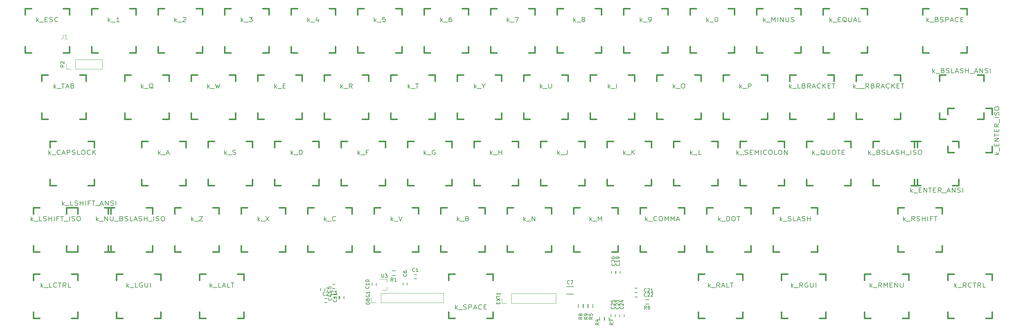
<source format=gto>
G04 #@! TF.FileFunction,Legend,Top*
%FSLAX46Y46*%
G04 Gerber Fmt 4.6, Leading zero omitted, Abs format (unit mm)*
G04 Created by KiCad (PCBNEW 4.0.5-e0-6337~49~ubuntu16.04.1) date Mon Jan 23 14:36:51 2017*
%MOMM*%
%LPD*%
G01*
G04 APERTURE LIST*
%ADD10C,0.150000*%
%ADD11C,0.381000*%
%ADD12C,0.120000*%
%ADD13C,0.203200*%
%ADD14C,0.101600*%
G04 APERTURE END LIST*
D10*
D11*
X327820020Y-137320020D02*
X326042020Y-137320020D01*
X316898020Y-137320020D02*
X315120020Y-137320020D01*
X315120020Y-137320020D02*
X315120020Y-135542020D01*
X315120020Y-126398020D02*
X315120020Y-124620020D01*
X315120020Y-124620020D02*
X316898020Y-124620020D01*
X326042020Y-124620020D02*
X327820020Y-124620020D01*
X327820020Y-124620020D02*
X327820020Y-126398020D01*
X327820020Y-135542020D02*
X327820020Y-137320020D01*
X89693750Y-137320020D02*
X87915750Y-137320020D01*
X78771750Y-137320020D02*
X76993750Y-137320020D01*
X76993750Y-137320020D02*
X76993750Y-135542020D01*
X76993750Y-126398020D02*
X76993750Y-124620020D01*
X76993750Y-124620020D02*
X78771750Y-124620020D01*
X87915750Y-124620020D02*
X89693750Y-124620020D01*
X89693750Y-124620020D02*
X89693750Y-126398020D01*
X89693750Y-135542020D02*
X89693750Y-137320020D01*
X332581250Y-118270020D02*
X330803250Y-118270020D01*
X321659250Y-118270020D02*
X319881250Y-118270020D01*
X319881250Y-118270020D02*
X319881250Y-116492020D01*
X319881250Y-107348020D02*
X319881250Y-105570020D01*
X319881250Y-105570020D02*
X321659250Y-105570020D01*
X330803250Y-105570020D02*
X332581250Y-105570020D01*
X332581250Y-105570020D02*
X332581250Y-107348020D01*
X332581250Y-116492020D02*
X332581250Y-118270020D01*
X342106250Y-96043750D02*
X342106250Y-97821750D01*
X342106250Y-106965750D02*
X342106250Y-108743750D01*
X342106250Y-108743750D02*
X340328250Y-108743750D01*
X331184250Y-108743750D02*
X329406250Y-108743750D01*
X329406250Y-108743750D02*
X329406250Y-106965750D01*
X329406250Y-97821750D02*
X329406250Y-96043750D01*
X329406250Y-96043750D02*
X331184250Y-96043750D01*
X340328250Y-96043750D02*
X342106250Y-96043750D01*
X334962500Y-80168750D02*
X333184500Y-80168750D01*
X324040500Y-80168750D02*
X322262500Y-80168750D01*
X322262500Y-80168750D02*
X322262500Y-78390750D01*
X322262500Y-69246750D02*
X322262500Y-67468750D01*
X322262500Y-67468750D02*
X324040500Y-67468750D01*
X333184500Y-67468750D02*
X334962500Y-67468750D01*
X334962500Y-67468750D02*
X334962500Y-69246750D01*
X334962500Y-78390750D02*
X334962500Y-80168750D01*
X342106250Y-156368750D02*
X340328250Y-156368750D01*
X331184250Y-156368750D02*
X329406250Y-156368750D01*
X329406250Y-156368750D02*
X329406250Y-154590750D01*
X329406250Y-145446750D02*
X329406250Y-143668750D01*
X329406250Y-143668750D02*
X331184250Y-143668750D01*
X340328250Y-143668750D02*
X342106250Y-143668750D01*
X342106250Y-143668750D02*
X342106250Y-145446750D01*
X342106250Y-154590750D02*
X342106250Y-156368750D01*
X318293750Y-156368750D02*
X316515750Y-156368750D01*
X307371750Y-156368750D02*
X305593750Y-156368750D01*
X305593750Y-156368750D02*
X305593750Y-154590750D01*
X305593750Y-145446750D02*
X305593750Y-143668750D01*
X305593750Y-143668750D02*
X307371750Y-143668750D01*
X316515750Y-143668750D02*
X318293750Y-143668750D01*
X318293750Y-143668750D02*
X318293750Y-145446750D01*
X318293750Y-154590750D02*
X318293750Y-156368750D01*
X294481250Y-156368750D02*
X292703250Y-156368750D01*
X283559250Y-156368750D02*
X281781250Y-156368750D01*
X281781250Y-156368750D02*
X281781250Y-154590750D01*
X281781250Y-145446750D02*
X281781250Y-143668750D01*
X281781250Y-143668750D02*
X283559250Y-143668750D01*
X292703250Y-143668750D02*
X294481250Y-143668750D01*
X294481250Y-143668750D02*
X294481250Y-145446750D01*
X294481250Y-154590750D02*
X294481250Y-156368750D01*
X270668750Y-156368750D02*
X268890750Y-156368750D01*
X259746750Y-156368750D02*
X257968750Y-156368750D01*
X257968750Y-156368750D02*
X257968750Y-154590750D01*
X257968750Y-145446750D02*
X257968750Y-143668750D01*
X257968750Y-143668750D02*
X259746750Y-143668750D01*
X268890750Y-143668750D02*
X270668750Y-143668750D01*
X270668750Y-143668750D02*
X270668750Y-145446750D01*
X270668750Y-154590750D02*
X270668750Y-156368750D01*
X127793750Y-156368750D02*
X126015750Y-156368750D01*
X116871750Y-156368750D02*
X115093750Y-156368750D01*
X115093750Y-156368750D02*
X115093750Y-154590750D01*
X115093750Y-145446750D02*
X115093750Y-143668750D01*
X115093750Y-143668750D02*
X116871750Y-143668750D01*
X126015750Y-143668750D02*
X127793750Y-143668750D01*
X127793750Y-143668750D02*
X127793750Y-145446750D01*
X127793750Y-154590750D02*
X127793750Y-156368750D01*
X103981250Y-156368750D02*
X102203250Y-156368750D01*
X93059250Y-156368750D02*
X91281250Y-156368750D01*
X91281250Y-156368750D02*
X91281250Y-154590750D01*
X91281250Y-145446750D02*
X91281250Y-143668750D01*
X91281250Y-143668750D02*
X93059250Y-143668750D01*
X102203250Y-143668750D02*
X103981250Y-143668750D01*
X103981250Y-143668750D02*
X103981250Y-145446750D01*
X103981250Y-154590750D02*
X103981250Y-156368750D01*
X80168750Y-156368750D02*
X78390750Y-156368750D01*
X69246750Y-156368750D02*
X67468750Y-156368750D01*
X67468750Y-156368750D02*
X67468750Y-154590750D01*
X67468750Y-145446750D02*
X67468750Y-143668750D01*
X67468750Y-143668750D02*
X69246750Y-143668750D01*
X78390750Y-143668750D02*
X80168750Y-143668750D01*
X80168750Y-143668750D02*
X80168750Y-145446750D01*
X80168750Y-154590750D02*
X80168750Y-156368750D01*
X292100000Y-137320020D02*
X290322000Y-137320020D01*
X281178000Y-137320020D02*
X279400000Y-137320020D01*
X279400000Y-137320020D02*
X279400000Y-135542020D01*
X279400000Y-126398020D02*
X279400000Y-124620020D01*
X279400000Y-124620020D02*
X281178000Y-124620020D01*
X290322000Y-124620020D02*
X292100000Y-124620020D01*
X292100000Y-124620020D02*
X292100000Y-126398020D01*
X292100000Y-135542020D02*
X292100000Y-137320020D01*
X273050000Y-137320020D02*
X271272000Y-137320020D01*
X262128000Y-137320020D02*
X260350000Y-137320020D01*
X260350000Y-137320020D02*
X260350000Y-135542020D01*
X260350000Y-126398020D02*
X260350000Y-124620020D01*
X260350000Y-124620020D02*
X262128000Y-124620020D01*
X271272000Y-124620020D02*
X273050000Y-124620020D01*
X273050000Y-124620020D02*
X273050000Y-126398020D01*
X273050000Y-135542020D02*
X273050000Y-137320020D01*
X254000000Y-137320020D02*
X252222000Y-137320020D01*
X243078000Y-137320020D02*
X241300000Y-137320020D01*
X241300000Y-137320020D02*
X241300000Y-135542020D01*
X241300000Y-126398020D02*
X241300000Y-124620020D01*
X241300000Y-124620020D02*
X243078000Y-124620020D01*
X252222000Y-124620020D02*
X254000000Y-124620020D01*
X254000000Y-124620020D02*
X254000000Y-126398020D01*
X254000000Y-135542020D02*
X254000000Y-137320020D01*
X234950000Y-137320020D02*
X233172000Y-137320020D01*
X224028000Y-137320020D02*
X222250000Y-137320020D01*
X222250000Y-137320020D02*
X222250000Y-135542020D01*
X222250000Y-126398020D02*
X222250000Y-124620020D01*
X222250000Y-124620020D02*
X224028000Y-124620020D01*
X233172000Y-124620020D02*
X234950000Y-124620020D01*
X234950000Y-124620020D02*
X234950000Y-126398020D01*
X234950000Y-135542020D02*
X234950000Y-137320020D01*
X215900000Y-137320020D02*
X214122000Y-137320020D01*
X204978000Y-137320020D02*
X203200000Y-137320020D01*
X203200000Y-137320020D02*
X203200000Y-135542020D01*
X203200000Y-126398020D02*
X203200000Y-124620020D01*
X203200000Y-124620020D02*
X204978000Y-124620020D01*
X214122000Y-124620020D02*
X215900000Y-124620020D01*
X215900000Y-124620020D02*
X215900000Y-126398020D01*
X215900000Y-135542020D02*
X215900000Y-137320020D01*
X196850000Y-137320020D02*
X195072000Y-137320020D01*
X185928000Y-137320020D02*
X184150000Y-137320020D01*
X184150000Y-137320020D02*
X184150000Y-135542020D01*
X184150000Y-126398020D02*
X184150000Y-124620020D01*
X184150000Y-124620020D02*
X185928000Y-124620020D01*
X195072000Y-124620020D02*
X196850000Y-124620020D01*
X196850000Y-124620020D02*
X196850000Y-126398020D01*
X196850000Y-135542020D02*
X196850000Y-137320020D01*
X177800000Y-137320020D02*
X176022000Y-137320020D01*
X166878000Y-137320020D02*
X165100000Y-137320020D01*
X165100000Y-137320020D02*
X165100000Y-135542020D01*
X165100000Y-126398020D02*
X165100000Y-124620020D01*
X165100000Y-124620020D02*
X166878000Y-124620020D01*
X176022000Y-124620020D02*
X177800000Y-124620020D01*
X177800000Y-124620020D02*
X177800000Y-126398020D01*
X177800000Y-135542020D02*
X177800000Y-137320020D01*
X158750000Y-137320020D02*
X156972000Y-137320020D01*
X147828000Y-137320020D02*
X146050000Y-137320020D01*
X146050000Y-137320020D02*
X146050000Y-135542020D01*
X146050000Y-126398020D02*
X146050000Y-124620020D01*
X146050000Y-124620020D02*
X147828000Y-124620020D01*
X156972000Y-124620020D02*
X158750000Y-124620020D01*
X158750000Y-124620020D02*
X158750000Y-126398020D01*
X158750000Y-135542020D02*
X158750000Y-137320020D01*
X139700000Y-137320020D02*
X137922000Y-137320020D01*
X128778000Y-137320020D02*
X127000000Y-137320020D01*
X127000000Y-137320020D02*
X127000000Y-135542020D01*
X127000000Y-126398020D02*
X127000000Y-124620020D01*
X127000000Y-124620020D02*
X128778000Y-124620020D01*
X137922000Y-124620020D02*
X139700000Y-124620020D01*
X139700000Y-124620020D02*
X139700000Y-126398020D01*
X139700000Y-135542020D02*
X139700000Y-137320020D01*
X120650000Y-137320020D02*
X118872000Y-137320020D01*
X109728000Y-137320020D02*
X107950000Y-137320020D01*
X107950000Y-137320020D02*
X107950000Y-135542020D01*
X107950000Y-126398020D02*
X107950000Y-124620020D01*
X107950000Y-124620020D02*
X109728000Y-124620020D01*
X118872000Y-124620020D02*
X120650000Y-124620020D01*
X120650000Y-124620020D02*
X120650000Y-126398020D01*
X120650000Y-135542020D02*
X120650000Y-137320020D01*
X101600000Y-137320020D02*
X99822000Y-137320020D01*
X90678000Y-137320020D02*
X88900000Y-137320020D01*
X88900000Y-137320020D02*
X88900000Y-135542020D01*
X88900000Y-126398020D02*
X88900000Y-124620020D01*
X88900000Y-124620020D02*
X90678000Y-124620020D01*
X99822000Y-124620020D02*
X101600000Y-124620020D01*
X101600000Y-124620020D02*
X101600000Y-126398020D01*
X101600000Y-135542020D02*
X101600000Y-137320020D01*
X80170020Y-137320020D02*
X78392020Y-137320020D01*
X69248020Y-137320020D02*
X67470020Y-137320020D01*
X67470020Y-137320020D02*
X67470020Y-135542020D01*
X67470020Y-126398020D02*
X67470020Y-124620020D01*
X67470020Y-124620020D02*
X69248020Y-124620020D01*
X78392020Y-124620020D02*
X80170020Y-124620020D01*
X80170020Y-124620020D02*
X80170020Y-126398020D01*
X80170020Y-135542020D02*
X80170020Y-137320020D01*
X320675000Y-118270020D02*
X318897000Y-118270020D01*
X309753000Y-118270020D02*
X307975000Y-118270020D01*
X307975000Y-118270020D02*
X307975000Y-116492020D01*
X307975000Y-107348020D02*
X307975000Y-105570020D01*
X307975000Y-105570020D02*
X309753000Y-105570020D01*
X318897000Y-105570020D02*
X320675000Y-105570020D01*
X320675000Y-105570020D02*
X320675000Y-107348020D01*
X320675000Y-116492020D02*
X320675000Y-118270020D01*
X301625000Y-118270020D02*
X299847000Y-118270020D01*
X290703000Y-118270020D02*
X288925000Y-118270020D01*
X288925000Y-118270020D02*
X288925000Y-116492020D01*
X288925000Y-107348020D02*
X288925000Y-105570020D01*
X288925000Y-105570020D02*
X290703000Y-105570020D01*
X299847000Y-105570020D02*
X301625000Y-105570020D01*
X301625000Y-105570020D02*
X301625000Y-107348020D01*
X301625000Y-116492020D02*
X301625000Y-118270020D01*
X282575000Y-118270020D02*
X280797000Y-118270020D01*
X271653000Y-118270020D02*
X269875000Y-118270020D01*
X269875000Y-118270020D02*
X269875000Y-116492020D01*
X269875000Y-107348020D02*
X269875000Y-105570020D01*
X269875000Y-105570020D02*
X271653000Y-105570020D01*
X280797000Y-105570020D02*
X282575000Y-105570020D01*
X282575000Y-105570020D02*
X282575000Y-107348020D01*
X282575000Y-116492020D02*
X282575000Y-118270020D01*
X263525000Y-118270020D02*
X261747000Y-118270020D01*
X252603000Y-118270020D02*
X250825000Y-118270020D01*
X250825000Y-118270020D02*
X250825000Y-116492020D01*
X250825000Y-107348020D02*
X250825000Y-105570020D01*
X250825000Y-105570020D02*
X252603000Y-105570020D01*
X261747000Y-105570020D02*
X263525000Y-105570020D01*
X263525000Y-105570020D02*
X263525000Y-107348020D01*
X263525000Y-116492020D02*
X263525000Y-118270020D01*
X244475000Y-118270020D02*
X242697000Y-118270020D01*
X233553000Y-118270020D02*
X231775000Y-118270020D01*
X231775000Y-118270020D02*
X231775000Y-116492020D01*
X231775000Y-107348020D02*
X231775000Y-105570020D01*
X231775000Y-105570020D02*
X233553000Y-105570020D01*
X242697000Y-105570020D02*
X244475000Y-105570020D01*
X244475000Y-105570020D02*
X244475000Y-107348020D01*
X244475000Y-116492020D02*
X244475000Y-118270020D01*
X225425000Y-118270020D02*
X223647000Y-118270020D01*
X214503000Y-118270020D02*
X212725000Y-118270020D01*
X212725000Y-118270020D02*
X212725000Y-116492020D01*
X212725000Y-107348020D02*
X212725000Y-105570020D01*
X212725000Y-105570020D02*
X214503000Y-105570020D01*
X223647000Y-105570020D02*
X225425000Y-105570020D01*
X225425000Y-105570020D02*
X225425000Y-107348020D01*
X225425000Y-116492020D02*
X225425000Y-118270020D01*
X206375000Y-118270020D02*
X204597000Y-118270020D01*
X195453000Y-118270020D02*
X193675000Y-118270020D01*
X193675000Y-118270020D02*
X193675000Y-116492020D01*
X193675000Y-107348020D02*
X193675000Y-105570020D01*
X193675000Y-105570020D02*
X195453000Y-105570020D01*
X204597000Y-105570020D02*
X206375000Y-105570020D01*
X206375000Y-105570020D02*
X206375000Y-107348020D01*
X206375000Y-116492020D02*
X206375000Y-118270020D01*
X187325000Y-118270020D02*
X185547000Y-118270020D01*
X176403000Y-118270020D02*
X174625000Y-118270020D01*
X174625000Y-118270020D02*
X174625000Y-116492020D01*
X174625000Y-107348020D02*
X174625000Y-105570020D01*
X174625000Y-105570020D02*
X176403000Y-105570020D01*
X185547000Y-105570020D02*
X187325000Y-105570020D01*
X187325000Y-105570020D02*
X187325000Y-107348020D01*
X187325000Y-116492020D02*
X187325000Y-118270020D01*
X168275000Y-118270020D02*
X166497000Y-118270020D01*
X157353000Y-118270020D02*
X155575000Y-118270020D01*
X155575000Y-118270020D02*
X155575000Y-116492020D01*
X155575000Y-107348020D02*
X155575000Y-105570020D01*
X155575000Y-105570020D02*
X157353000Y-105570020D01*
X166497000Y-105570020D02*
X168275000Y-105570020D01*
X168275000Y-105570020D02*
X168275000Y-107348020D01*
X168275000Y-116492020D02*
X168275000Y-118270020D01*
X149225000Y-118270020D02*
X147447000Y-118270020D01*
X138303000Y-118270020D02*
X136525000Y-118270020D01*
X136525000Y-118270020D02*
X136525000Y-116492020D01*
X136525000Y-107348020D02*
X136525000Y-105570020D01*
X136525000Y-105570020D02*
X138303000Y-105570020D01*
X147447000Y-105570020D02*
X149225000Y-105570020D01*
X149225000Y-105570020D02*
X149225000Y-107348020D01*
X149225000Y-116492020D02*
X149225000Y-118270020D01*
X130175000Y-118270020D02*
X128397000Y-118270020D01*
X119253000Y-118270020D02*
X117475000Y-118270020D01*
X117475000Y-118270020D02*
X117475000Y-116492020D01*
X117475000Y-107348020D02*
X117475000Y-105570020D01*
X117475000Y-105570020D02*
X119253000Y-105570020D01*
X128397000Y-105570020D02*
X130175000Y-105570020D01*
X130175000Y-105570020D02*
X130175000Y-107348020D01*
X130175000Y-116492020D02*
X130175000Y-118270020D01*
X111125000Y-118270020D02*
X109347000Y-118270020D01*
X100203000Y-118270020D02*
X98425000Y-118270020D01*
X98425000Y-118270020D02*
X98425000Y-116492020D01*
X98425000Y-107348020D02*
X98425000Y-105570020D01*
X98425000Y-105570020D02*
X100203000Y-105570020D01*
X109347000Y-105570020D02*
X111125000Y-105570020D01*
X111125000Y-105570020D02*
X111125000Y-107348020D01*
X111125000Y-116492020D02*
X111125000Y-118270020D01*
X84932520Y-118270020D02*
X83154520Y-118270020D01*
X74010520Y-118270020D02*
X72232520Y-118270020D01*
X72232520Y-118270020D02*
X72232520Y-116492020D01*
X72232520Y-107348020D02*
X72232520Y-105570020D01*
X72232520Y-105570020D02*
X74010520Y-105570020D01*
X83154520Y-105570020D02*
X84932520Y-105570020D01*
X84932520Y-105570020D02*
X84932520Y-107348020D01*
X84932520Y-116492020D02*
X84932520Y-118270020D01*
X339725000Y-99220020D02*
X337947000Y-99220020D01*
X328803000Y-99220020D02*
X327025000Y-99220020D01*
X327025000Y-99220020D02*
X327025000Y-97442020D01*
X327025000Y-88298020D02*
X327025000Y-86520020D01*
X327025000Y-86520020D02*
X328803000Y-86520020D01*
X337947000Y-86520020D02*
X339725000Y-86520020D01*
X339725000Y-86520020D02*
X339725000Y-88298020D01*
X339725000Y-97442020D02*
X339725000Y-99220020D01*
X315912500Y-99220020D02*
X314134500Y-99220020D01*
X304990500Y-99220020D02*
X303212500Y-99220020D01*
X303212500Y-99220020D02*
X303212500Y-97442020D01*
X303212500Y-88298020D02*
X303212500Y-86520020D01*
X303212500Y-86520020D02*
X304990500Y-86520020D01*
X314134500Y-86520020D02*
X315912500Y-86520020D01*
X315912500Y-86520020D02*
X315912500Y-88298020D01*
X315912500Y-97442020D02*
X315912500Y-99220020D01*
X296862500Y-99220020D02*
X295084500Y-99220020D01*
X285940500Y-99220020D02*
X284162500Y-99220020D01*
X284162500Y-99220020D02*
X284162500Y-97442020D01*
X284162500Y-88298020D02*
X284162500Y-86520020D01*
X284162500Y-86520020D02*
X285940500Y-86520020D01*
X295084500Y-86520020D02*
X296862500Y-86520020D01*
X296862500Y-86520020D02*
X296862500Y-88298020D01*
X296862500Y-97442020D02*
X296862500Y-99220020D01*
X277812500Y-99220020D02*
X276034500Y-99220020D01*
X266890500Y-99220020D02*
X265112500Y-99220020D01*
X265112500Y-99220020D02*
X265112500Y-97442020D01*
X265112500Y-88298020D02*
X265112500Y-86520020D01*
X265112500Y-86520020D02*
X266890500Y-86520020D01*
X276034500Y-86520020D02*
X277812500Y-86520020D01*
X277812500Y-86520020D02*
X277812500Y-88298020D01*
X277812500Y-97442020D02*
X277812500Y-99220020D01*
X258762500Y-99220020D02*
X256984500Y-99220020D01*
X247840500Y-99220020D02*
X246062500Y-99220020D01*
X246062500Y-99220020D02*
X246062500Y-97442020D01*
X246062500Y-88298020D02*
X246062500Y-86520020D01*
X246062500Y-86520020D02*
X247840500Y-86520020D01*
X256984500Y-86520020D02*
X258762500Y-86520020D01*
X258762500Y-86520020D02*
X258762500Y-88298020D01*
X258762500Y-97442020D02*
X258762500Y-99220020D01*
X239712500Y-99220020D02*
X237934500Y-99220020D01*
X228790500Y-99220020D02*
X227012500Y-99220020D01*
X227012500Y-99220020D02*
X227012500Y-97442020D01*
X227012500Y-88298020D02*
X227012500Y-86520020D01*
X227012500Y-86520020D02*
X228790500Y-86520020D01*
X237934500Y-86520020D02*
X239712500Y-86520020D01*
X239712500Y-86520020D02*
X239712500Y-88298020D01*
X239712500Y-97442020D02*
X239712500Y-99220020D01*
X220662500Y-99220020D02*
X218884500Y-99220020D01*
X209740500Y-99220020D02*
X207962500Y-99220020D01*
X207962500Y-99220020D02*
X207962500Y-97442020D01*
X207962500Y-88298020D02*
X207962500Y-86520020D01*
X207962500Y-86520020D02*
X209740500Y-86520020D01*
X218884500Y-86520020D02*
X220662500Y-86520020D01*
X220662500Y-86520020D02*
X220662500Y-88298020D01*
X220662500Y-97442020D02*
X220662500Y-99220020D01*
X201612500Y-99220020D02*
X199834500Y-99220020D01*
X190690500Y-99220020D02*
X188912500Y-99220020D01*
X188912500Y-99220020D02*
X188912500Y-97442020D01*
X188912500Y-88298020D02*
X188912500Y-86520020D01*
X188912500Y-86520020D02*
X190690500Y-86520020D01*
X199834500Y-86520020D02*
X201612500Y-86520020D01*
X201612500Y-86520020D02*
X201612500Y-88298020D01*
X201612500Y-97442020D02*
X201612500Y-99220020D01*
X182562500Y-99220020D02*
X180784500Y-99220020D01*
X171640500Y-99220020D02*
X169862500Y-99220020D01*
X169862500Y-99220020D02*
X169862500Y-97442020D01*
X169862500Y-88298020D02*
X169862500Y-86520020D01*
X169862500Y-86520020D02*
X171640500Y-86520020D01*
X180784500Y-86520020D02*
X182562500Y-86520020D01*
X182562500Y-86520020D02*
X182562500Y-88298020D01*
X182562500Y-97442020D02*
X182562500Y-99220020D01*
X163512500Y-99220020D02*
X161734500Y-99220020D01*
X152590500Y-99220020D02*
X150812500Y-99220020D01*
X150812500Y-99220020D02*
X150812500Y-97442020D01*
X150812500Y-88298020D02*
X150812500Y-86520020D01*
X150812500Y-86520020D02*
X152590500Y-86520020D01*
X161734500Y-86520020D02*
X163512500Y-86520020D01*
X163512500Y-86520020D02*
X163512500Y-88298020D01*
X163512500Y-97442020D02*
X163512500Y-99220020D01*
X144462500Y-99220020D02*
X142684500Y-99220020D01*
X133540500Y-99220020D02*
X131762500Y-99220020D01*
X131762500Y-99220020D02*
X131762500Y-97442020D01*
X131762500Y-88298020D02*
X131762500Y-86520020D01*
X131762500Y-86520020D02*
X133540500Y-86520020D01*
X142684500Y-86520020D02*
X144462500Y-86520020D01*
X144462500Y-86520020D02*
X144462500Y-88298020D01*
X144462500Y-97442020D02*
X144462500Y-99220020D01*
X125412500Y-99220020D02*
X123634500Y-99220020D01*
X114490500Y-99220020D02*
X112712500Y-99220020D01*
X112712500Y-99220020D02*
X112712500Y-97442020D01*
X112712500Y-88298020D02*
X112712500Y-86520020D01*
X112712500Y-86520020D02*
X114490500Y-86520020D01*
X123634500Y-86520020D02*
X125412500Y-86520020D01*
X125412500Y-86520020D02*
X125412500Y-88298020D01*
X125412500Y-97442020D02*
X125412500Y-99220020D01*
X106362500Y-99220020D02*
X104584500Y-99220020D01*
X95440500Y-99220020D02*
X93662500Y-99220020D01*
X93662500Y-99220020D02*
X93662500Y-97442020D01*
X93662500Y-88298020D02*
X93662500Y-86520020D01*
X93662500Y-86520020D02*
X95440500Y-86520020D01*
X104584500Y-86520020D02*
X106362500Y-86520020D01*
X106362500Y-86520020D02*
X106362500Y-88298020D01*
X106362500Y-97442020D02*
X106362500Y-99220020D01*
X82550000Y-99220020D02*
X80772000Y-99220020D01*
X71628000Y-99220020D02*
X69850000Y-99220020D01*
X69850000Y-99220020D02*
X69850000Y-97442020D01*
X69850000Y-88298020D02*
X69850000Y-86520020D01*
X69850000Y-86520020D02*
X71628000Y-86520020D01*
X80772000Y-86520020D02*
X82550000Y-86520020D01*
X82550000Y-86520020D02*
X82550000Y-88298020D01*
X82550000Y-97442020D02*
X82550000Y-99220020D01*
X306387500Y-80168750D02*
X304609500Y-80168750D01*
X295465500Y-80168750D02*
X293687500Y-80168750D01*
X293687500Y-80168750D02*
X293687500Y-78390750D01*
X293687500Y-69246750D02*
X293687500Y-67468750D01*
X293687500Y-67468750D02*
X295465500Y-67468750D01*
X304609500Y-67468750D02*
X306387500Y-67468750D01*
X306387500Y-67468750D02*
X306387500Y-69246750D01*
X306387500Y-78390750D02*
X306387500Y-80168750D01*
X287337500Y-80168750D02*
X285559500Y-80168750D01*
X276415500Y-80168750D02*
X274637500Y-80168750D01*
X274637500Y-80168750D02*
X274637500Y-78390750D01*
X274637500Y-69246750D02*
X274637500Y-67468750D01*
X274637500Y-67468750D02*
X276415500Y-67468750D01*
X285559500Y-67468750D02*
X287337500Y-67468750D01*
X287337500Y-67468750D02*
X287337500Y-69246750D01*
X287337500Y-78390750D02*
X287337500Y-80168750D01*
X268287500Y-80168750D02*
X266509500Y-80168750D01*
X257365500Y-80168750D02*
X255587500Y-80168750D01*
X255587500Y-80168750D02*
X255587500Y-78390750D01*
X255587500Y-69246750D02*
X255587500Y-67468750D01*
X255587500Y-67468750D02*
X257365500Y-67468750D01*
X266509500Y-67468750D02*
X268287500Y-67468750D01*
X268287500Y-67468750D02*
X268287500Y-69246750D01*
X268287500Y-78390750D02*
X268287500Y-80168750D01*
X249237500Y-80168750D02*
X247459500Y-80168750D01*
X238315500Y-80168750D02*
X236537500Y-80168750D01*
X236537500Y-80168750D02*
X236537500Y-78390750D01*
X236537500Y-69246750D02*
X236537500Y-67468750D01*
X236537500Y-67468750D02*
X238315500Y-67468750D01*
X247459500Y-67468750D02*
X249237500Y-67468750D01*
X249237500Y-67468750D02*
X249237500Y-69246750D01*
X249237500Y-78390750D02*
X249237500Y-80168750D01*
X230187500Y-80168750D02*
X228409500Y-80168750D01*
X219265500Y-80168750D02*
X217487500Y-80168750D01*
X217487500Y-80168750D02*
X217487500Y-78390750D01*
X217487500Y-69246750D02*
X217487500Y-67468750D01*
X217487500Y-67468750D02*
X219265500Y-67468750D01*
X228409500Y-67468750D02*
X230187500Y-67468750D01*
X230187500Y-67468750D02*
X230187500Y-69246750D01*
X230187500Y-78390750D02*
X230187500Y-80168750D01*
X211137500Y-80168750D02*
X209359500Y-80168750D01*
X200215500Y-80168750D02*
X198437500Y-80168750D01*
X198437500Y-80168750D02*
X198437500Y-78390750D01*
X198437500Y-69246750D02*
X198437500Y-67468750D01*
X198437500Y-67468750D02*
X200215500Y-67468750D01*
X209359500Y-67468750D02*
X211137500Y-67468750D01*
X211137500Y-67468750D02*
X211137500Y-69246750D01*
X211137500Y-78390750D02*
X211137500Y-80168750D01*
X192087500Y-80168750D02*
X190309500Y-80168750D01*
X181165500Y-80168750D02*
X179387500Y-80168750D01*
X179387500Y-80168750D02*
X179387500Y-78390750D01*
X179387500Y-69246750D02*
X179387500Y-67468750D01*
X179387500Y-67468750D02*
X181165500Y-67468750D01*
X190309500Y-67468750D02*
X192087500Y-67468750D01*
X192087500Y-67468750D02*
X192087500Y-69246750D01*
X192087500Y-78390750D02*
X192087500Y-80168750D01*
X153987500Y-80168750D02*
X152209500Y-80168750D01*
X143065500Y-80168750D02*
X141287500Y-80168750D01*
X141287500Y-80168750D02*
X141287500Y-78390750D01*
X141287500Y-69246750D02*
X141287500Y-67468750D01*
X141287500Y-67468750D02*
X143065500Y-67468750D01*
X152209500Y-67468750D02*
X153987500Y-67468750D01*
X153987500Y-67468750D02*
X153987500Y-69246750D01*
X153987500Y-78390750D02*
X153987500Y-80168750D01*
X134937500Y-80168750D02*
X133159500Y-80168750D01*
X124015500Y-80168750D02*
X122237500Y-80168750D01*
X122237500Y-80168750D02*
X122237500Y-78390750D01*
X122237500Y-69246750D02*
X122237500Y-67468750D01*
X122237500Y-67468750D02*
X124015500Y-67468750D01*
X133159500Y-67468750D02*
X134937500Y-67468750D01*
X134937500Y-67468750D02*
X134937500Y-69246750D01*
X134937500Y-78390750D02*
X134937500Y-80168750D01*
X115887500Y-80168750D02*
X114109500Y-80168750D01*
X104965500Y-80168750D02*
X103187500Y-80168750D01*
X103187500Y-80168750D02*
X103187500Y-78390750D01*
X103187500Y-69246750D02*
X103187500Y-67468750D01*
X103187500Y-67468750D02*
X104965500Y-67468750D01*
X114109500Y-67468750D02*
X115887500Y-67468750D01*
X115887500Y-67468750D02*
X115887500Y-69246750D01*
X115887500Y-78390750D02*
X115887500Y-80168750D01*
X96837500Y-80168750D02*
X95059500Y-80168750D01*
X85915500Y-80168750D02*
X84137500Y-80168750D01*
X84137500Y-80168750D02*
X84137500Y-78390750D01*
X84137500Y-69246750D02*
X84137500Y-67468750D01*
X84137500Y-67468750D02*
X85915500Y-67468750D01*
X95059500Y-67468750D02*
X96837500Y-67468750D01*
X96837500Y-67468750D02*
X96837500Y-69246750D01*
X96837500Y-78390750D02*
X96837500Y-80168750D01*
X77787500Y-80168750D02*
X76009500Y-80168750D01*
X66865500Y-80168750D02*
X65087500Y-80168750D01*
X65087500Y-80168750D02*
X65087500Y-78390750D01*
X65087500Y-69246750D02*
X65087500Y-67468750D01*
X65087500Y-67468750D02*
X66865500Y-67468750D01*
X76009500Y-67468750D02*
X77787500Y-67468750D01*
X77787500Y-67468750D02*
X77787500Y-69246750D01*
X77787500Y-78390750D02*
X77787500Y-80168750D01*
X173037500Y-80168750D02*
X171259500Y-80168750D01*
X162115500Y-80168750D02*
X160337500Y-80168750D01*
X160337500Y-80168750D02*
X160337500Y-78390750D01*
X160337500Y-69246750D02*
X160337500Y-67468750D01*
X160337500Y-67468750D02*
X162115500Y-67468750D01*
X171259500Y-67468750D02*
X173037500Y-67468750D01*
X173037500Y-67468750D02*
X173037500Y-69246750D01*
X173037500Y-78390750D02*
X173037500Y-80168750D01*
D10*
X234350000Y-143479000D02*
X234350000Y-142779000D01*
X235550000Y-142779000D02*
X235550000Y-143479000D01*
X233080000Y-143479000D02*
X233080000Y-142779000D01*
X234280000Y-142779000D02*
X234280000Y-143479000D01*
X239807000Y-147736000D02*
X240507000Y-147736000D01*
X240507000Y-148936000D02*
X239807000Y-148936000D01*
X239807000Y-149006000D02*
X240507000Y-149006000D01*
X240507000Y-150206000D02*
X239807000Y-150206000D01*
X235423000Y-155225000D02*
X235423000Y-155925000D01*
X234223000Y-155925000D02*
X234223000Y-155225000D01*
X236693000Y-155225000D02*
X236693000Y-155925000D01*
X235493000Y-155925000D02*
X235493000Y-155225000D01*
X234153000Y-155225000D02*
X234153000Y-155925000D01*
X232953000Y-155925000D02*
X232953000Y-155225000D01*
X229703000Y-156964000D02*
X229703000Y-155964000D01*
X231053000Y-155964000D02*
X231053000Y-156964000D01*
X226401000Y-153281000D02*
X226401000Y-152281000D01*
X227751000Y-152281000D02*
X227751000Y-153281000D01*
X231100000Y-156964000D02*
X231100000Y-155964000D01*
X232450000Y-155964000D02*
X232450000Y-156964000D01*
X223607000Y-153281000D02*
X223607000Y-152281000D01*
X224957000Y-152281000D02*
X224957000Y-153281000D01*
X225004000Y-153281000D02*
X225004000Y-152281000D01*
X226354000Y-152281000D02*
X226354000Y-153281000D01*
X173390000Y-146781000D02*
X173390000Y-146081000D01*
X174590000Y-146081000D02*
X174590000Y-146781000D01*
X164500000Y-146908000D02*
X164500000Y-146208000D01*
X165700000Y-146208000D02*
X165700000Y-146908000D01*
D12*
X168781000Y-148265000D02*
X168781000Y-147335000D01*
X168781000Y-145105000D02*
X168781000Y-146035000D01*
X168781000Y-145105000D02*
X166621000Y-145105000D01*
X168781000Y-148265000D02*
X167321000Y-148265000D01*
D11*
X186436000Y-143637000D02*
X188214000Y-143637000D01*
X197358000Y-143637000D02*
X199136000Y-143637000D01*
X199136000Y-143637000D02*
X199136000Y-145415000D01*
X199136000Y-154559000D02*
X199136000Y-156337000D01*
X199136000Y-156337000D02*
X197358000Y-156337000D01*
X188214000Y-156337000D02*
X186436000Y-156337000D01*
X186436000Y-156337000D02*
X186436000Y-154559000D01*
X186436000Y-145415000D02*
X186436000Y-143637000D01*
D10*
X170188000Y-142708000D02*
X171188000Y-142708000D01*
X171188000Y-144058000D02*
X170188000Y-144058000D01*
X176561000Y-143799000D02*
X177261000Y-143799000D01*
X177261000Y-144999000D02*
X176561000Y-144999000D01*
X150907000Y-150657000D02*
X151607000Y-150657000D01*
X151607000Y-151857000D02*
X150907000Y-151857000D01*
X153893000Y-147793000D02*
X153193000Y-147793000D01*
X153193000Y-146593000D02*
X153893000Y-146593000D01*
X153832000Y-150718000D02*
X153832000Y-150018000D01*
X155032000Y-150018000D02*
X155032000Y-150718000D01*
X150968000Y-147732000D02*
X150968000Y-148432000D01*
X149768000Y-148432000D02*
X149768000Y-147732000D01*
X222234000Y-147311000D02*
X220234000Y-147311000D01*
X220234000Y-149361000D02*
X222234000Y-149361000D01*
X243832000Y-152313000D02*
X242832000Y-152313000D01*
X242832000Y-150963000D02*
X243832000Y-150963000D01*
D12*
X79502000Y-84829000D02*
X87242000Y-84829000D01*
X87242000Y-84829000D02*
X87242000Y-82049000D01*
X87242000Y-82049000D02*
X79502000Y-82049000D01*
X79502000Y-82049000D02*
X79502000Y-84829000D01*
X78232000Y-84829000D02*
X76842000Y-84829000D01*
X76842000Y-84829000D02*
X76842000Y-83439000D01*
X167005000Y-151885000D02*
X184905000Y-151885000D01*
X184905000Y-151885000D02*
X184905000Y-149105000D01*
X184905000Y-149105000D02*
X167005000Y-149105000D01*
X167005000Y-149105000D02*
X167005000Y-151885000D01*
X165735000Y-151885000D02*
X164345000Y-151885000D01*
X164345000Y-151885000D02*
X164345000Y-150495000D01*
X204343000Y-152012000D02*
X217163000Y-152012000D01*
X217163000Y-152012000D02*
X217163000Y-149232000D01*
X217163000Y-149232000D02*
X204343000Y-149232000D01*
X204343000Y-149232000D02*
X204343000Y-152012000D01*
X203073000Y-152012000D02*
X201683000Y-152012000D01*
X201683000Y-152012000D02*
X201683000Y-150622000D01*
D10*
X155229000Y-150718000D02*
X155229000Y-150018000D01*
X156429000Y-150018000D02*
X156429000Y-150718000D01*
D13*
X316752877Y-128369544D02*
X316752877Y-127099544D01*
X316898020Y-127885734D02*
X317333449Y-128369544D01*
X317333449Y-127522877D02*
X316752877Y-128006687D01*
X317623734Y-128490496D02*
X318784877Y-128490496D01*
X320018591Y-128369544D02*
X319510591Y-127764782D01*
X319147734Y-128369544D02*
X319147734Y-127099544D01*
X319728306Y-127099544D01*
X319873448Y-127160020D01*
X319946020Y-127220496D01*
X320018591Y-127341449D01*
X320018591Y-127522877D01*
X319946020Y-127643830D01*
X319873448Y-127704306D01*
X319728306Y-127764782D01*
X319147734Y-127764782D01*
X320599163Y-128309068D02*
X320816877Y-128369544D01*
X321179734Y-128369544D01*
X321324877Y-128309068D01*
X321397448Y-128248591D01*
X321470020Y-128127639D01*
X321470020Y-128006687D01*
X321397448Y-127885734D01*
X321324877Y-127825258D01*
X321179734Y-127764782D01*
X320889448Y-127704306D01*
X320744306Y-127643830D01*
X320671734Y-127583353D01*
X320599163Y-127462401D01*
X320599163Y-127341449D01*
X320671734Y-127220496D01*
X320744306Y-127160020D01*
X320889448Y-127099544D01*
X321252306Y-127099544D01*
X321470020Y-127160020D01*
X322123163Y-128369544D02*
X322123163Y-127099544D01*
X322123163Y-127704306D02*
X322994020Y-127704306D01*
X322994020Y-128369544D02*
X322994020Y-127099544D01*
X323719734Y-128369544D02*
X323719734Y-127099544D01*
X324953448Y-127704306D02*
X324445448Y-127704306D01*
X324445448Y-128369544D02*
X324445448Y-127099544D01*
X325171162Y-127099544D01*
X325534020Y-127099544D02*
X326404877Y-127099544D01*
X325969448Y-128369544D02*
X325969448Y-127099544D01*
X75746429Y-123891524D02*
X75746429Y-122621524D01*
X75891572Y-123407714D02*
X76327001Y-123891524D01*
X76327001Y-123044857D02*
X75746429Y-123528667D01*
X76617286Y-124012476D02*
X77778429Y-124012476D01*
X78867000Y-123891524D02*
X78141286Y-123891524D01*
X78141286Y-122621524D01*
X79302429Y-123831048D02*
X79520143Y-123891524D01*
X79883000Y-123891524D01*
X80028143Y-123831048D01*
X80100714Y-123770571D01*
X80173286Y-123649619D01*
X80173286Y-123528667D01*
X80100714Y-123407714D01*
X80028143Y-123347238D01*
X79883000Y-123286762D01*
X79592714Y-123226286D01*
X79447572Y-123165810D01*
X79375000Y-123105333D01*
X79302429Y-122984381D01*
X79302429Y-122863429D01*
X79375000Y-122742476D01*
X79447572Y-122682000D01*
X79592714Y-122621524D01*
X79955572Y-122621524D01*
X80173286Y-122682000D01*
X80826429Y-123891524D02*
X80826429Y-122621524D01*
X80826429Y-123226286D02*
X81697286Y-123226286D01*
X81697286Y-123891524D02*
X81697286Y-122621524D01*
X82423000Y-123891524D02*
X82423000Y-122621524D01*
X83656714Y-123226286D02*
X83148714Y-123226286D01*
X83148714Y-123891524D02*
X83148714Y-122621524D01*
X83874428Y-122621524D01*
X84237286Y-122621524D02*
X85108143Y-122621524D01*
X84672714Y-123891524D02*
X84672714Y-122621524D01*
X85253286Y-124012476D02*
X86414429Y-124012476D01*
X86704715Y-123528667D02*
X87430429Y-123528667D01*
X86559572Y-123891524D02*
X87067572Y-122621524D01*
X87575572Y-123891524D01*
X88083572Y-123891524D02*
X88083572Y-122621524D01*
X88954429Y-123891524D01*
X88954429Y-122621524D01*
X89607572Y-123831048D02*
X89825286Y-123891524D01*
X90188143Y-123891524D01*
X90333286Y-123831048D01*
X90405857Y-123770571D01*
X90478429Y-123649619D01*
X90478429Y-123528667D01*
X90405857Y-123407714D01*
X90333286Y-123347238D01*
X90188143Y-123286762D01*
X89897857Y-123226286D01*
X89752715Y-123165810D01*
X89680143Y-123105333D01*
X89607572Y-122984381D01*
X89607572Y-122863429D01*
X89680143Y-122742476D01*
X89752715Y-122682000D01*
X89897857Y-122621524D01*
X90260715Y-122621524D01*
X90478429Y-122682000D01*
X91131572Y-123891524D02*
X91131572Y-122621524D01*
X318788143Y-120208524D02*
X318788143Y-118938524D01*
X318933286Y-119724714D02*
X319368715Y-120208524D01*
X319368715Y-119361857D02*
X318788143Y-119845667D01*
X319659000Y-120329476D02*
X320820143Y-120329476D01*
X321183000Y-119543286D02*
X321691000Y-119543286D01*
X321908714Y-120208524D02*
X321183000Y-120208524D01*
X321183000Y-118938524D01*
X321908714Y-118938524D01*
X322561857Y-120208524D02*
X322561857Y-118938524D01*
X323432714Y-120208524D01*
X323432714Y-118938524D01*
X323940714Y-118938524D02*
X324811571Y-118938524D01*
X324376142Y-120208524D02*
X324376142Y-118938524D01*
X325319571Y-119543286D02*
X325827571Y-119543286D01*
X326045285Y-120208524D02*
X325319571Y-120208524D01*
X325319571Y-118938524D01*
X326045285Y-118938524D01*
X327569285Y-120208524D02*
X327061285Y-119603762D01*
X326698428Y-120208524D02*
X326698428Y-118938524D01*
X327279000Y-118938524D01*
X327424142Y-118999000D01*
X327496714Y-119059476D01*
X327569285Y-119180429D01*
X327569285Y-119361857D01*
X327496714Y-119482810D01*
X327424142Y-119543286D01*
X327279000Y-119603762D01*
X326698428Y-119603762D01*
X327859571Y-120329476D02*
X329020714Y-120329476D01*
X329311000Y-119845667D02*
X330036714Y-119845667D01*
X329165857Y-120208524D02*
X329673857Y-118938524D01*
X330181857Y-120208524D01*
X330689857Y-120208524D02*
X330689857Y-118938524D01*
X331560714Y-120208524D01*
X331560714Y-118938524D01*
X332213857Y-120148048D02*
X332431571Y-120208524D01*
X332794428Y-120208524D01*
X332939571Y-120148048D01*
X333012142Y-120087571D01*
X333084714Y-119966619D01*
X333084714Y-119845667D01*
X333012142Y-119724714D01*
X332939571Y-119664238D01*
X332794428Y-119603762D01*
X332504142Y-119543286D01*
X332359000Y-119482810D01*
X332286428Y-119422333D01*
X332213857Y-119301381D01*
X332213857Y-119180429D01*
X332286428Y-119059476D01*
X332359000Y-118999000D01*
X332504142Y-118938524D01*
X332867000Y-118938524D01*
X333084714Y-118999000D01*
X333737857Y-120208524D02*
X333737857Y-118938524D01*
X344109524Y-109310714D02*
X342839524Y-109310714D01*
X343625714Y-109165571D02*
X344109524Y-108730142D01*
X343262857Y-108730142D02*
X343746667Y-109310714D01*
X344230476Y-108439857D02*
X344230476Y-107278714D01*
X343444286Y-106915857D02*
X343444286Y-106407857D01*
X344109524Y-106190143D02*
X344109524Y-106915857D01*
X342839524Y-106915857D01*
X342839524Y-106190143D01*
X344109524Y-105537000D02*
X342839524Y-105537000D01*
X344109524Y-104666143D01*
X342839524Y-104666143D01*
X342839524Y-104158143D02*
X342839524Y-103287286D01*
X344109524Y-103722715D02*
X342839524Y-103722715D01*
X343444286Y-102779286D02*
X343444286Y-102271286D01*
X344109524Y-102053572D02*
X344109524Y-102779286D01*
X342839524Y-102779286D01*
X342839524Y-102053572D01*
X344109524Y-100529572D02*
X343504762Y-101037572D01*
X344109524Y-101400429D02*
X342839524Y-101400429D01*
X342839524Y-100819857D01*
X342900000Y-100674715D01*
X342960476Y-100602143D01*
X343081429Y-100529572D01*
X343262857Y-100529572D01*
X343383810Y-100602143D01*
X343444286Y-100674715D01*
X343504762Y-100819857D01*
X343504762Y-101400429D01*
X344230476Y-100239286D02*
X344230476Y-99078143D01*
X344109524Y-98715286D02*
X342839524Y-98715286D01*
X344049048Y-98062143D02*
X344109524Y-97844429D01*
X344109524Y-97481572D01*
X344049048Y-97336429D01*
X343988571Y-97263858D01*
X343867619Y-97191286D01*
X343746667Y-97191286D01*
X343625714Y-97263858D01*
X343565238Y-97336429D01*
X343504762Y-97481572D01*
X343444286Y-97771858D01*
X343383810Y-97917000D01*
X343323333Y-97989572D01*
X343202381Y-98062143D01*
X343081429Y-98062143D01*
X342960476Y-97989572D01*
X342900000Y-97917000D01*
X342839524Y-97771858D01*
X342839524Y-97409000D01*
X342900000Y-97191286D01*
X342839524Y-96247857D02*
X342839524Y-95957571D01*
X342900000Y-95812429D01*
X343020952Y-95667286D01*
X343262857Y-95594714D01*
X343686190Y-95594714D01*
X343928095Y-95667286D01*
X344049048Y-95812429D01*
X344109524Y-95957571D01*
X344109524Y-96247857D01*
X344049048Y-96393000D01*
X343928095Y-96538143D01*
X343686190Y-96610714D01*
X343262857Y-96610714D01*
X343020952Y-96538143D01*
X342900000Y-96393000D01*
X342839524Y-96247857D01*
X323423643Y-71218274D02*
X323423643Y-69948274D01*
X323568786Y-70734464D02*
X324004215Y-71218274D01*
X324004215Y-70371607D02*
X323423643Y-70855417D01*
X324294500Y-71339226D02*
X325455643Y-71339226D01*
X326326500Y-70553036D02*
X326544214Y-70613512D01*
X326616786Y-70673988D01*
X326689357Y-70794940D01*
X326689357Y-70976369D01*
X326616786Y-71097321D01*
X326544214Y-71157798D01*
X326399072Y-71218274D01*
X325818500Y-71218274D01*
X325818500Y-69948274D01*
X326326500Y-69948274D01*
X326471643Y-70008750D01*
X326544214Y-70069226D01*
X326616786Y-70190179D01*
X326616786Y-70311131D01*
X326544214Y-70432083D01*
X326471643Y-70492560D01*
X326326500Y-70553036D01*
X325818500Y-70553036D01*
X327269929Y-71157798D02*
X327487643Y-71218274D01*
X327850500Y-71218274D01*
X327995643Y-71157798D01*
X328068214Y-71097321D01*
X328140786Y-70976369D01*
X328140786Y-70855417D01*
X328068214Y-70734464D01*
X327995643Y-70673988D01*
X327850500Y-70613512D01*
X327560214Y-70553036D01*
X327415072Y-70492560D01*
X327342500Y-70432083D01*
X327269929Y-70311131D01*
X327269929Y-70190179D01*
X327342500Y-70069226D01*
X327415072Y-70008750D01*
X327560214Y-69948274D01*
X327923072Y-69948274D01*
X328140786Y-70008750D01*
X328793929Y-71218274D02*
X328793929Y-69948274D01*
X329374501Y-69948274D01*
X329519643Y-70008750D01*
X329592215Y-70069226D01*
X329664786Y-70190179D01*
X329664786Y-70371607D01*
X329592215Y-70492560D01*
X329519643Y-70553036D01*
X329374501Y-70613512D01*
X328793929Y-70613512D01*
X330245358Y-70855417D02*
X330971072Y-70855417D01*
X330100215Y-71218274D02*
X330608215Y-69948274D01*
X331116215Y-71218274D01*
X332495072Y-71097321D02*
X332422501Y-71157798D01*
X332204787Y-71218274D01*
X332059644Y-71218274D01*
X331841929Y-71157798D01*
X331696787Y-71036845D01*
X331624215Y-70915893D01*
X331551644Y-70673988D01*
X331551644Y-70492560D01*
X331624215Y-70250655D01*
X331696787Y-70129702D01*
X331841929Y-70008750D01*
X332059644Y-69948274D01*
X332204787Y-69948274D01*
X332422501Y-70008750D01*
X332495072Y-70069226D01*
X333148215Y-70553036D02*
X333656215Y-70553036D01*
X333873929Y-71218274D02*
X333148215Y-71218274D01*
X333148215Y-69948274D01*
X333873929Y-69948274D01*
X331438250Y-147418274D02*
X331438250Y-146148274D01*
X331583393Y-146934464D02*
X332018822Y-147418274D01*
X332018822Y-146571607D02*
X331438250Y-147055417D01*
X332309107Y-147539226D02*
X333470250Y-147539226D01*
X334703964Y-147418274D02*
X334195964Y-146813512D01*
X333833107Y-147418274D02*
X333833107Y-146148274D01*
X334413679Y-146148274D01*
X334558821Y-146208750D01*
X334631393Y-146269226D01*
X334703964Y-146390179D01*
X334703964Y-146571607D01*
X334631393Y-146692560D01*
X334558821Y-146753036D01*
X334413679Y-146813512D01*
X333833107Y-146813512D01*
X336227964Y-147297321D02*
X336155393Y-147357798D01*
X335937679Y-147418274D01*
X335792536Y-147418274D01*
X335574821Y-147357798D01*
X335429679Y-147236845D01*
X335357107Y-147115893D01*
X335284536Y-146873988D01*
X335284536Y-146692560D01*
X335357107Y-146450655D01*
X335429679Y-146329702D01*
X335574821Y-146208750D01*
X335792536Y-146148274D01*
X335937679Y-146148274D01*
X336155393Y-146208750D01*
X336227964Y-146269226D01*
X336663393Y-146148274D02*
X337534250Y-146148274D01*
X337098821Y-147418274D02*
X337098821Y-146148274D01*
X338913107Y-147418274D02*
X338405107Y-146813512D01*
X338042250Y-147418274D02*
X338042250Y-146148274D01*
X338622822Y-146148274D01*
X338767964Y-146208750D01*
X338840536Y-146269226D01*
X338913107Y-146390179D01*
X338913107Y-146571607D01*
X338840536Y-146692560D01*
X338767964Y-146753036D01*
X338622822Y-146813512D01*
X338042250Y-146813512D01*
X340291964Y-147418274D02*
X339566250Y-147418274D01*
X339566250Y-146148274D01*
X307190322Y-147418274D02*
X307190322Y-146148274D01*
X307335465Y-146934464D02*
X307770894Y-147418274D01*
X307770894Y-146571607D02*
X307190322Y-147055417D01*
X308061179Y-147539226D02*
X309222322Y-147539226D01*
X310456036Y-147418274D02*
X309948036Y-146813512D01*
X309585179Y-147418274D02*
X309585179Y-146148274D01*
X310165751Y-146148274D01*
X310310893Y-146208750D01*
X310383465Y-146269226D01*
X310456036Y-146390179D01*
X310456036Y-146571607D01*
X310383465Y-146692560D01*
X310310893Y-146753036D01*
X310165751Y-146813512D01*
X309585179Y-146813512D01*
X311109179Y-147418274D02*
X311109179Y-146148274D01*
X311617179Y-147055417D01*
X312125179Y-146148274D01*
X312125179Y-147418274D01*
X312850893Y-146753036D02*
X313358893Y-146753036D01*
X313576607Y-147418274D02*
X312850893Y-147418274D01*
X312850893Y-146148274D01*
X313576607Y-146148274D01*
X314229750Y-147418274D02*
X314229750Y-146148274D01*
X315100607Y-147418274D01*
X315100607Y-146148274D01*
X315826321Y-146148274D02*
X315826321Y-147176369D01*
X315898893Y-147297321D01*
X315971464Y-147357798D01*
X316116607Y-147418274D01*
X316406893Y-147418274D01*
X316552035Y-147357798D01*
X316624607Y-147297321D01*
X316697178Y-147176369D01*
X316697178Y-146148274D01*
X284611536Y-147418274D02*
X284611536Y-146148274D01*
X284756679Y-146934464D02*
X285192108Y-147418274D01*
X285192108Y-146571607D02*
X284611536Y-147055417D01*
X285482393Y-147539226D02*
X286643536Y-147539226D01*
X287877250Y-147418274D02*
X287369250Y-146813512D01*
X287006393Y-147418274D02*
X287006393Y-146148274D01*
X287586965Y-146148274D01*
X287732107Y-146208750D01*
X287804679Y-146269226D01*
X287877250Y-146390179D01*
X287877250Y-146571607D01*
X287804679Y-146692560D01*
X287732107Y-146753036D01*
X287586965Y-146813512D01*
X287006393Y-146813512D01*
X289328679Y-146208750D02*
X289183536Y-146148274D01*
X288965822Y-146148274D01*
X288748107Y-146208750D01*
X288602965Y-146329702D01*
X288530393Y-146450655D01*
X288457822Y-146692560D01*
X288457822Y-146873988D01*
X288530393Y-147115893D01*
X288602965Y-147236845D01*
X288748107Y-147357798D01*
X288965822Y-147418274D01*
X289110965Y-147418274D01*
X289328679Y-147357798D01*
X289401250Y-147297321D01*
X289401250Y-146873988D01*
X289110965Y-146873988D01*
X290054393Y-146148274D02*
X290054393Y-147176369D01*
X290126965Y-147297321D01*
X290199536Y-147357798D01*
X290344679Y-147418274D01*
X290634965Y-147418274D01*
X290780107Y-147357798D01*
X290852679Y-147297321D01*
X290925250Y-147176369D01*
X290925250Y-146148274D01*
X291650964Y-147418274D02*
X291650964Y-146148274D01*
X260871607Y-147418274D02*
X260871607Y-146148274D01*
X261016750Y-146934464D02*
X261452179Y-147418274D01*
X261452179Y-146571607D02*
X260871607Y-147055417D01*
X261742464Y-147539226D02*
X262903607Y-147539226D01*
X264137321Y-147418274D02*
X263629321Y-146813512D01*
X263266464Y-147418274D02*
X263266464Y-146148274D01*
X263847036Y-146148274D01*
X263992178Y-146208750D01*
X264064750Y-146269226D01*
X264137321Y-146390179D01*
X264137321Y-146571607D01*
X264064750Y-146692560D01*
X263992178Y-146753036D01*
X263847036Y-146813512D01*
X263266464Y-146813512D01*
X264717893Y-147055417D02*
X265443607Y-147055417D01*
X264572750Y-147418274D02*
X265080750Y-146148274D01*
X265588750Y-147418274D01*
X266822464Y-147418274D02*
X266096750Y-147418274D01*
X266096750Y-146148274D01*
X267112750Y-146148274D02*
X267983607Y-146148274D01*
X267548178Y-147418274D02*
X267548178Y-146148274D01*
X118141750Y-147418274D02*
X118141750Y-146148274D01*
X118286893Y-146934464D02*
X118722322Y-147418274D01*
X118722322Y-146571607D02*
X118141750Y-147055417D01*
X119012607Y-147539226D02*
X120173750Y-147539226D01*
X121262321Y-147418274D02*
X120536607Y-147418274D01*
X120536607Y-146148274D01*
X121697750Y-147055417D02*
X122423464Y-147055417D01*
X121552607Y-147418274D02*
X122060607Y-146148274D01*
X122568607Y-147418274D01*
X123802321Y-147418274D02*
X123076607Y-147418274D01*
X123076607Y-146148274D01*
X124092607Y-146148274D02*
X124963464Y-146148274D01*
X124528035Y-147418274D02*
X124528035Y-146148274D01*
X94256679Y-147418274D02*
X94256679Y-146148274D01*
X94401822Y-146934464D02*
X94837251Y-147418274D01*
X94837251Y-146571607D02*
X94256679Y-147055417D01*
X95127536Y-147539226D02*
X96288679Y-147539226D01*
X97377250Y-147418274D02*
X96651536Y-147418274D01*
X96651536Y-146148274D01*
X98683536Y-146208750D02*
X98538393Y-146148274D01*
X98320679Y-146148274D01*
X98102964Y-146208750D01*
X97957822Y-146329702D01*
X97885250Y-146450655D01*
X97812679Y-146692560D01*
X97812679Y-146873988D01*
X97885250Y-147115893D01*
X97957822Y-147236845D01*
X98102964Y-147357798D01*
X98320679Y-147418274D01*
X98465822Y-147418274D01*
X98683536Y-147357798D01*
X98756107Y-147297321D01*
X98756107Y-146873988D01*
X98465822Y-146873988D01*
X99409250Y-146148274D02*
X99409250Y-147176369D01*
X99481822Y-147297321D01*
X99554393Y-147357798D01*
X99699536Y-147418274D01*
X99989822Y-147418274D01*
X100134964Y-147357798D01*
X100207536Y-147297321D01*
X100280107Y-147176369D01*
X100280107Y-146148274D01*
X101005821Y-147418274D02*
X101005821Y-146148274D01*
X69645893Y-147418274D02*
X69645893Y-146148274D01*
X69791036Y-146934464D02*
X70226465Y-147418274D01*
X70226465Y-146571607D02*
X69645893Y-147055417D01*
X70516750Y-147539226D02*
X71677893Y-147539226D01*
X72766464Y-147418274D02*
X72040750Y-147418274D01*
X72040750Y-146148274D01*
X74145321Y-147297321D02*
X74072750Y-147357798D01*
X73855036Y-147418274D01*
X73709893Y-147418274D01*
X73492178Y-147357798D01*
X73347036Y-147236845D01*
X73274464Y-147115893D01*
X73201893Y-146873988D01*
X73201893Y-146692560D01*
X73274464Y-146450655D01*
X73347036Y-146329702D01*
X73492178Y-146208750D01*
X73709893Y-146148274D01*
X73855036Y-146148274D01*
X74072750Y-146208750D01*
X74145321Y-146269226D01*
X74580750Y-146148274D02*
X75451607Y-146148274D01*
X75016178Y-147418274D02*
X75016178Y-146148274D01*
X76830464Y-147418274D02*
X76322464Y-146813512D01*
X75959607Y-147418274D02*
X75959607Y-146148274D01*
X76540179Y-146148274D01*
X76685321Y-146208750D01*
X76757893Y-146269226D01*
X76830464Y-146390179D01*
X76830464Y-146571607D01*
X76757893Y-146692560D01*
X76685321Y-146753036D01*
X76540179Y-146813512D01*
X75959607Y-146813512D01*
X78209321Y-147418274D02*
X77483607Y-147418274D01*
X77483607Y-146148274D01*
X281395714Y-128369544D02*
X281395714Y-127099544D01*
X281540857Y-127885734D02*
X281976286Y-128369544D01*
X281976286Y-127522877D02*
X281395714Y-128006687D01*
X282266571Y-128490496D02*
X283427714Y-128490496D01*
X283718000Y-128309068D02*
X283935714Y-128369544D01*
X284298571Y-128369544D01*
X284443714Y-128309068D01*
X284516285Y-128248591D01*
X284588857Y-128127639D01*
X284588857Y-128006687D01*
X284516285Y-127885734D01*
X284443714Y-127825258D01*
X284298571Y-127764782D01*
X284008285Y-127704306D01*
X283863143Y-127643830D01*
X283790571Y-127583353D01*
X283718000Y-127462401D01*
X283718000Y-127341449D01*
X283790571Y-127220496D01*
X283863143Y-127160020D01*
X284008285Y-127099544D01*
X284371143Y-127099544D01*
X284588857Y-127160020D01*
X285967714Y-128369544D02*
X285242000Y-128369544D01*
X285242000Y-127099544D01*
X286403143Y-128006687D02*
X287128857Y-128006687D01*
X286258000Y-128369544D02*
X286766000Y-127099544D01*
X287274000Y-128369544D01*
X287709429Y-128309068D02*
X287927143Y-128369544D01*
X288290000Y-128369544D01*
X288435143Y-128309068D01*
X288507714Y-128248591D01*
X288580286Y-128127639D01*
X288580286Y-128006687D01*
X288507714Y-127885734D01*
X288435143Y-127825258D01*
X288290000Y-127764782D01*
X287999714Y-127704306D01*
X287854572Y-127643830D01*
X287782000Y-127583353D01*
X287709429Y-127462401D01*
X287709429Y-127341449D01*
X287782000Y-127220496D01*
X287854572Y-127160020D01*
X287999714Y-127099544D01*
X288362572Y-127099544D01*
X288580286Y-127160020D01*
X289233429Y-128369544D02*
X289233429Y-127099544D01*
X289233429Y-127704306D02*
X290104286Y-127704306D01*
X290104286Y-128369544D02*
X290104286Y-127099544D01*
X263724572Y-128369544D02*
X263724572Y-127099544D01*
X263869715Y-127885734D02*
X264305144Y-128369544D01*
X264305144Y-127522877D02*
X263724572Y-128006687D01*
X264595429Y-128490496D02*
X265756572Y-128490496D01*
X266119429Y-128369544D02*
X266119429Y-127099544D01*
X266482286Y-127099544D01*
X266700001Y-127160020D01*
X266845143Y-127280972D01*
X266917715Y-127401925D01*
X266990286Y-127643830D01*
X266990286Y-127825258D01*
X266917715Y-128067163D01*
X266845143Y-128188115D01*
X266700001Y-128309068D01*
X266482286Y-128369544D01*
X266119429Y-128369544D01*
X267933715Y-127099544D02*
X268224001Y-127099544D01*
X268369143Y-127160020D01*
X268514286Y-127280972D01*
X268586858Y-127522877D01*
X268586858Y-127946210D01*
X268514286Y-128188115D01*
X268369143Y-128309068D01*
X268224001Y-128369544D01*
X267933715Y-128369544D01*
X267788572Y-128309068D01*
X267643429Y-128188115D01*
X267570858Y-127946210D01*
X267570858Y-127522877D01*
X267643429Y-127280972D01*
X267788572Y-127160020D01*
X267933715Y-127099544D01*
X269022286Y-127099544D02*
X269893143Y-127099544D01*
X269457714Y-128369544D02*
X269457714Y-127099544D01*
X242860286Y-128369544D02*
X242860286Y-127099544D01*
X243005429Y-127885734D02*
X243440858Y-128369544D01*
X243440858Y-127522877D02*
X242860286Y-128006687D01*
X243731143Y-128490496D02*
X244892286Y-128490496D01*
X246126000Y-128248591D02*
X246053429Y-128309068D01*
X245835715Y-128369544D01*
X245690572Y-128369544D01*
X245472857Y-128309068D01*
X245327715Y-128188115D01*
X245255143Y-128067163D01*
X245182572Y-127825258D01*
X245182572Y-127643830D01*
X245255143Y-127401925D01*
X245327715Y-127280972D01*
X245472857Y-127160020D01*
X245690572Y-127099544D01*
X245835715Y-127099544D01*
X246053429Y-127160020D01*
X246126000Y-127220496D01*
X247069429Y-127099544D02*
X247359715Y-127099544D01*
X247504857Y-127160020D01*
X247650000Y-127280972D01*
X247722572Y-127522877D01*
X247722572Y-127946210D01*
X247650000Y-128188115D01*
X247504857Y-128309068D01*
X247359715Y-128369544D01*
X247069429Y-128369544D01*
X246924286Y-128309068D01*
X246779143Y-128188115D01*
X246706572Y-127946210D01*
X246706572Y-127522877D01*
X246779143Y-127280972D01*
X246924286Y-127160020D01*
X247069429Y-127099544D01*
X248375714Y-128369544D02*
X248375714Y-127099544D01*
X248883714Y-128006687D01*
X249391714Y-127099544D01*
X249391714Y-128369544D01*
X250117428Y-128369544D02*
X250117428Y-127099544D01*
X250625428Y-128006687D01*
X251133428Y-127099544D01*
X251133428Y-128369544D01*
X251786571Y-128006687D02*
X252512285Y-128006687D01*
X251641428Y-128369544D02*
X252149428Y-127099544D01*
X252657428Y-128369544D01*
X226894572Y-128369544D02*
X226894572Y-127099544D01*
X227039715Y-127885734D02*
X227475144Y-128369544D01*
X227475144Y-127522877D02*
X226894572Y-128006687D01*
X227765429Y-128490496D02*
X228926572Y-128490496D01*
X229289429Y-128369544D02*
X229289429Y-127099544D01*
X229797429Y-128006687D01*
X230305429Y-127099544D01*
X230305429Y-128369544D01*
X207917143Y-128369544D02*
X207917143Y-127099544D01*
X208062286Y-127885734D02*
X208497715Y-128369544D01*
X208497715Y-127522877D02*
X207917143Y-128006687D01*
X208788000Y-128490496D02*
X209949143Y-128490496D01*
X210312000Y-128369544D02*
X210312000Y-127099544D01*
X211182857Y-128369544D01*
X211182857Y-127099544D01*
X188903429Y-128369544D02*
X188903429Y-127099544D01*
X189048572Y-127885734D02*
X189484001Y-128369544D01*
X189484001Y-127522877D02*
X188903429Y-128006687D01*
X189774286Y-128490496D02*
X190935429Y-128490496D01*
X191806286Y-127704306D02*
X192024000Y-127764782D01*
X192096572Y-127825258D01*
X192169143Y-127946210D01*
X192169143Y-128127639D01*
X192096572Y-128248591D01*
X192024000Y-128309068D01*
X191878858Y-128369544D01*
X191298286Y-128369544D01*
X191298286Y-127099544D01*
X191806286Y-127099544D01*
X191951429Y-127160020D01*
X192024000Y-127220496D01*
X192096572Y-127341449D01*
X192096572Y-127462401D01*
X192024000Y-127583353D01*
X191951429Y-127643830D01*
X191806286Y-127704306D01*
X191298286Y-127704306D01*
X169962286Y-128369544D02*
X169962286Y-127099544D01*
X170107429Y-127885734D02*
X170542858Y-128369544D01*
X170542858Y-127522877D02*
X169962286Y-128006687D01*
X170833143Y-128490496D02*
X171994286Y-128490496D01*
X172139429Y-127099544D02*
X172647429Y-128369544D01*
X173155429Y-127099544D01*
X150803429Y-128369544D02*
X150803429Y-127099544D01*
X150948572Y-127885734D02*
X151384001Y-128369544D01*
X151384001Y-127522877D02*
X150803429Y-128006687D01*
X151674286Y-128490496D02*
X152835429Y-128490496D01*
X154069143Y-128248591D02*
X153996572Y-128309068D01*
X153778858Y-128369544D01*
X153633715Y-128369544D01*
X153416000Y-128309068D01*
X153270858Y-128188115D01*
X153198286Y-128067163D01*
X153125715Y-127825258D01*
X153125715Y-127643830D01*
X153198286Y-127401925D01*
X153270858Y-127280972D01*
X153416000Y-127160020D01*
X153633715Y-127099544D01*
X153778858Y-127099544D01*
X153996572Y-127160020D01*
X154069143Y-127220496D01*
X131789714Y-128369544D02*
X131789714Y-127099544D01*
X131934857Y-127885734D02*
X132370286Y-128369544D01*
X132370286Y-127522877D02*
X131789714Y-128006687D01*
X132660571Y-128490496D02*
X133821714Y-128490496D01*
X134039428Y-127099544D02*
X135055428Y-128369544D01*
X135055428Y-127099544D02*
X134039428Y-128369544D01*
X112739714Y-128369544D02*
X112739714Y-127099544D01*
X112884857Y-127885734D02*
X113320286Y-128369544D01*
X113320286Y-127522877D02*
X112739714Y-128006687D01*
X113610571Y-128490496D02*
X114771714Y-128490496D01*
X114989428Y-127099544D02*
X116005428Y-127099544D01*
X114989428Y-128369544D01*
X116005428Y-128369544D01*
X85489143Y-128369544D02*
X85489143Y-127099544D01*
X85634286Y-127885734D02*
X86069715Y-128369544D01*
X86069715Y-127522877D02*
X85489143Y-128006687D01*
X86360000Y-128490496D02*
X87521143Y-128490496D01*
X87884000Y-128369544D02*
X87884000Y-127099544D01*
X88754857Y-128369544D01*
X88754857Y-127099544D01*
X89480571Y-127099544D02*
X89480571Y-128127639D01*
X89553143Y-128248591D01*
X89625714Y-128309068D01*
X89770857Y-128369544D01*
X90061143Y-128369544D01*
X90206285Y-128309068D01*
X90278857Y-128248591D01*
X90351428Y-128127639D01*
X90351428Y-127099544D01*
X90714285Y-128490496D02*
X91875428Y-128490496D01*
X92746285Y-127704306D02*
X92963999Y-127764782D01*
X93036571Y-127825258D01*
X93109142Y-127946210D01*
X93109142Y-128127639D01*
X93036571Y-128248591D01*
X92963999Y-128309068D01*
X92818857Y-128369544D01*
X92238285Y-128369544D01*
X92238285Y-127099544D01*
X92746285Y-127099544D01*
X92891428Y-127160020D01*
X92963999Y-127220496D01*
X93036571Y-127341449D01*
X93036571Y-127462401D01*
X92963999Y-127583353D01*
X92891428Y-127643830D01*
X92746285Y-127704306D01*
X92238285Y-127704306D01*
X93689714Y-128309068D02*
X93907428Y-128369544D01*
X94270285Y-128369544D01*
X94415428Y-128309068D01*
X94487999Y-128248591D01*
X94560571Y-128127639D01*
X94560571Y-128006687D01*
X94487999Y-127885734D01*
X94415428Y-127825258D01*
X94270285Y-127764782D01*
X93979999Y-127704306D01*
X93834857Y-127643830D01*
X93762285Y-127583353D01*
X93689714Y-127462401D01*
X93689714Y-127341449D01*
X93762285Y-127220496D01*
X93834857Y-127160020D01*
X93979999Y-127099544D01*
X94342857Y-127099544D01*
X94560571Y-127160020D01*
X95939428Y-128369544D02*
X95213714Y-128369544D01*
X95213714Y-127099544D01*
X96374857Y-128006687D02*
X97100571Y-128006687D01*
X96229714Y-128369544D02*
X96737714Y-127099544D01*
X97245714Y-128369544D01*
X97681143Y-128309068D02*
X97898857Y-128369544D01*
X98261714Y-128369544D01*
X98406857Y-128309068D01*
X98479428Y-128248591D01*
X98552000Y-128127639D01*
X98552000Y-128006687D01*
X98479428Y-127885734D01*
X98406857Y-127825258D01*
X98261714Y-127764782D01*
X97971428Y-127704306D01*
X97826286Y-127643830D01*
X97753714Y-127583353D01*
X97681143Y-127462401D01*
X97681143Y-127341449D01*
X97753714Y-127220496D01*
X97826286Y-127160020D01*
X97971428Y-127099544D01*
X98334286Y-127099544D01*
X98552000Y-127160020D01*
X99205143Y-128369544D02*
X99205143Y-127099544D01*
X99205143Y-127704306D02*
X100076000Y-127704306D01*
X100076000Y-128369544D02*
X100076000Y-127099544D01*
X100438857Y-128490496D02*
X101600000Y-128490496D01*
X101962857Y-128369544D02*
X101962857Y-127099544D01*
X102616000Y-128309068D02*
X102833714Y-128369544D01*
X103196571Y-128369544D01*
X103341714Y-128309068D01*
X103414285Y-128248591D01*
X103486857Y-128127639D01*
X103486857Y-128006687D01*
X103414285Y-127885734D01*
X103341714Y-127825258D01*
X103196571Y-127764782D01*
X102906285Y-127704306D01*
X102761143Y-127643830D01*
X102688571Y-127583353D01*
X102616000Y-127462401D01*
X102616000Y-127341449D01*
X102688571Y-127220496D01*
X102761143Y-127160020D01*
X102906285Y-127099544D01*
X103269143Y-127099544D01*
X103486857Y-127160020D01*
X104430286Y-127099544D02*
X104720572Y-127099544D01*
X104865714Y-127160020D01*
X105010857Y-127280972D01*
X105083429Y-127522877D01*
X105083429Y-127946210D01*
X105010857Y-128188115D01*
X104865714Y-128309068D01*
X104720572Y-128369544D01*
X104430286Y-128369544D01*
X104285143Y-128309068D01*
X104140000Y-128188115D01*
X104067429Y-127946210D01*
X104067429Y-127522877D01*
X104140000Y-127280972D01*
X104285143Y-127160020D01*
X104430286Y-127099544D01*
X66780592Y-128369544D02*
X66780592Y-127099544D01*
X66925735Y-127885734D02*
X67361164Y-128369544D01*
X67361164Y-127522877D02*
X66780592Y-128006687D01*
X67651449Y-128490496D02*
X68812592Y-128490496D01*
X69901163Y-128369544D02*
X69175449Y-128369544D01*
X69175449Y-127099544D01*
X70336592Y-128309068D02*
X70554306Y-128369544D01*
X70917163Y-128369544D01*
X71062306Y-128309068D01*
X71134877Y-128248591D01*
X71207449Y-128127639D01*
X71207449Y-128006687D01*
X71134877Y-127885734D01*
X71062306Y-127825258D01*
X70917163Y-127764782D01*
X70626877Y-127704306D01*
X70481735Y-127643830D01*
X70409163Y-127583353D01*
X70336592Y-127462401D01*
X70336592Y-127341449D01*
X70409163Y-127220496D01*
X70481735Y-127160020D01*
X70626877Y-127099544D01*
X70989735Y-127099544D01*
X71207449Y-127160020D01*
X71860592Y-128369544D02*
X71860592Y-127099544D01*
X71860592Y-127704306D02*
X72731449Y-127704306D01*
X72731449Y-128369544D02*
X72731449Y-127099544D01*
X73457163Y-128369544D02*
X73457163Y-127099544D01*
X74690877Y-127704306D02*
X74182877Y-127704306D01*
X74182877Y-128369544D02*
X74182877Y-127099544D01*
X74908591Y-127099544D01*
X75271449Y-127099544D02*
X76142306Y-127099544D01*
X75706877Y-128369544D02*
X75706877Y-127099544D01*
X76287449Y-128490496D02*
X77448592Y-128490496D01*
X77811449Y-128369544D02*
X77811449Y-127099544D01*
X78464592Y-128309068D02*
X78682306Y-128369544D01*
X79045163Y-128369544D01*
X79190306Y-128309068D01*
X79262877Y-128248591D01*
X79335449Y-128127639D01*
X79335449Y-128006687D01*
X79262877Y-127885734D01*
X79190306Y-127825258D01*
X79045163Y-127764782D01*
X78754877Y-127704306D01*
X78609735Y-127643830D01*
X78537163Y-127583353D01*
X78464592Y-127462401D01*
X78464592Y-127341449D01*
X78537163Y-127220496D01*
X78609735Y-127160020D01*
X78754877Y-127099544D01*
X79117735Y-127099544D01*
X79335449Y-127160020D01*
X80278878Y-127099544D02*
X80569164Y-127099544D01*
X80714306Y-127160020D01*
X80859449Y-127280972D01*
X80932021Y-127522877D01*
X80932021Y-127946210D01*
X80859449Y-128188115D01*
X80714306Y-128309068D01*
X80569164Y-128369544D01*
X80278878Y-128369544D01*
X80133735Y-128309068D01*
X79988592Y-128188115D01*
X79916021Y-127946210D01*
X79916021Y-127522877D01*
X79988592Y-127280972D01*
X80133735Y-127160020D01*
X80278878Y-127099544D01*
X306741286Y-109319544D02*
X306741286Y-108049544D01*
X306886429Y-108835734D02*
X307321858Y-109319544D01*
X307321858Y-108472877D02*
X306741286Y-108956687D01*
X307612143Y-109440496D02*
X308773286Y-109440496D01*
X309644143Y-108654306D02*
X309861857Y-108714782D01*
X309934429Y-108775258D01*
X310007000Y-108896210D01*
X310007000Y-109077639D01*
X309934429Y-109198591D01*
X309861857Y-109259068D01*
X309716715Y-109319544D01*
X309136143Y-109319544D01*
X309136143Y-108049544D01*
X309644143Y-108049544D01*
X309789286Y-108110020D01*
X309861857Y-108170496D01*
X309934429Y-108291449D01*
X309934429Y-108412401D01*
X309861857Y-108533353D01*
X309789286Y-108593830D01*
X309644143Y-108654306D01*
X309136143Y-108654306D01*
X310587572Y-109259068D02*
X310805286Y-109319544D01*
X311168143Y-109319544D01*
X311313286Y-109259068D01*
X311385857Y-109198591D01*
X311458429Y-109077639D01*
X311458429Y-108956687D01*
X311385857Y-108835734D01*
X311313286Y-108775258D01*
X311168143Y-108714782D01*
X310877857Y-108654306D01*
X310732715Y-108593830D01*
X310660143Y-108533353D01*
X310587572Y-108412401D01*
X310587572Y-108291449D01*
X310660143Y-108170496D01*
X310732715Y-108110020D01*
X310877857Y-108049544D01*
X311240715Y-108049544D01*
X311458429Y-108110020D01*
X312837286Y-109319544D02*
X312111572Y-109319544D01*
X312111572Y-108049544D01*
X313272715Y-108956687D02*
X313998429Y-108956687D01*
X313127572Y-109319544D02*
X313635572Y-108049544D01*
X314143572Y-109319544D01*
X314579001Y-109259068D02*
X314796715Y-109319544D01*
X315159572Y-109319544D01*
X315304715Y-109259068D01*
X315377286Y-109198591D01*
X315449858Y-109077639D01*
X315449858Y-108956687D01*
X315377286Y-108835734D01*
X315304715Y-108775258D01*
X315159572Y-108714782D01*
X314869286Y-108654306D01*
X314724144Y-108593830D01*
X314651572Y-108533353D01*
X314579001Y-108412401D01*
X314579001Y-108291449D01*
X314651572Y-108170496D01*
X314724144Y-108110020D01*
X314869286Y-108049544D01*
X315232144Y-108049544D01*
X315449858Y-108110020D01*
X316103001Y-109319544D02*
X316103001Y-108049544D01*
X316103001Y-108654306D02*
X316973858Y-108654306D01*
X316973858Y-109319544D02*
X316973858Y-108049544D01*
X317336715Y-109440496D02*
X318497858Y-109440496D01*
X318860715Y-109319544D02*
X318860715Y-108049544D01*
X319513858Y-109259068D02*
X319731572Y-109319544D01*
X320094429Y-109319544D01*
X320239572Y-109259068D01*
X320312143Y-109198591D01*
X320384715Y-109077639D01*
X320384715Y-108956687D01*
X320312143Y-108835734D01*
X320239572Y-108775258D01*
X320094429Y-108714782D01*
X319804143Y-108654306D01*
X319659001Y-108593830D01*
X319586429Y-108533353D01*
X319513858Y-108412401D01*
X319513858Y-108291449D01*
X319586429Y-108170496D01*
X319659001Y-108110020D01*
X319804143Y-108049544D01*
X320167001Y-108049544D01*
X320384715Y-108110020D01*
X321328144Y-108049544D02*
X321618430Y-108049544D01*
X321763572Y-108110020D01*
X321908715Y-108230972D01*
X321981287Y-108472877D01*
X321981287Y-108896210D01*
X321908715Y-109138115D01*
X321763572Y-109259068D01*
X321618430Y-109319544D01*
X321328144Y-109319544D01*
X321183001Y-109259068D01*
X321037858Y-109138115D01*
X320965287Y-108896210D01*
X320965287Y-108472877D01*
X321037858Y-108230972D01*
X321183001Y-108110020D01*
X321328144Y-108049544D01*
X290775572Y-109319544D02*
X290775572Y-108049544D01*
X290920715Y-108835734D02*
X291356144Y-109319544D01*
X291356144Y-108472877D02*
X290775572Y-108956687D01*
X291646429Y-109440496D02*
X292807572Y-109440496D01*
X294186429Y-109440496D02*
X294041286Y-109380020D01*
X293896143Y-109259068D01*
X293678429Y-109077639D01*
X293533286Y-109017163D01*
X293388143Y-109017163D01*
X293460715Y-109319544D02*
X293315572Y-109259068D01*
X293170429Y-109138115D01*
X293097858Y-108896210D01*
X293097858Y-108472877D01*
X293170429Y-108230972D01*
X293315572Y-108110020D01*
X293460715Y-108049544D01*
X293751001Y-108049544D01*
X293896143Y-108110020D01*
X294041286Y-108230972D01*
X294113858Y-108472877D01*
X294113858Y-108896210D01*
X294041286Y-109138115D01*
X293896143Y-109259068D01*
X293751001Y-109319544D01*
X293460715Y-109319544D01*
X294767000Y-108049544D02*
X294767000Y-109077639D01*
X294839572Y-109198591D01*
X294912143Y-109259068D01*
X295057286Y-109319544D01*
X295347572Y-109319544D01*
X295492714Y-109259068D01*
X295565286Y-109198591D01*
X295637857Y-109077639D01*
X295637857Y-108049544D01*
X296653857Y-108049544D02*
X296944143Y-108049544D01*
X297089285Y-108110020D01*
X297234428Y-108230972D01*
X297307000Y-108472877D01*
X297307000Y-108896210D01*
X297234428Y-109138115D01*
X297089285Y-109259068D01*
X296944143Y-109319544D01*
X296653857Y-109319544D01*
X296508714Y-109259068D01*
X296363571Y-109138115D01*
X296291000Y-108896210D01*
X296291000Y-108472877D01*
X296363571Y-108230972D01*
X296508714Y-108110020D01*
X296653857Y-108049544D01*
X297742428Y-108049544D02*
X298613285Y-108049544D01*
X298177856Y-109319544D02*
X298177856Y-108049544D01*
X299121285Y-108654306D02*
X299629285Y-108654306D01*
X299846999Y-109319544D02*
X299121285Y-109319544D01*
X299121285Y-108049544D01*
X299846999Y-108049544D01*
X268967858Y-109319544D02*
X268967858Y-108049544D01*
X269113001Y-108835734D02*
X269548430Y-109319544D01*
X269548430Y-108472877D02*
X268967858Y-108956687D01*
X269838715Y-109440496D02*
X270999858Y-109440496D01*
X271290144Y-109259068D02*
X271507858Y-109319544D01*
X271870715Y-109319544D01*
X272015858Y-109259068D01*
X272088429Y-109198591D01*
X272161001Y-109077639D01*
X272161001Y-108956687D01*
X272088429Y-108835734D01*
X272015858Y-108775258D01*
X271870715Y-108714782D01*
X271580429Y-108654306D01*
X271435287Y-108593830D01*
X271362715Y-108533353D01*
X271290144Y-108412401D01*
X271290144Y-108291449D01*
X271362715Y-108170496D01*
X271435287Y-108110020D01*
X271580429Y-108049544D01*
X271943287Y-108049544D01*
X272161001Y-108110020D01*
X272814144Y-108654306D02*
X273322144Y-108654306D01*
X273539858Y-109319544D02*
X272814144Y-109319544D01*
X272814144Y-108049544D01*
X273539858Y-108049544D01*
X274193001Y-109319544D02*
X274193001Y-108049544D01*
X274701001Y-108956687D01*
X275209001Y-108049544D01*
X275209001Y-109319544D01*
X275934715Y-109319544D02*
X275934715Y-108049544D01*
X277531286Y-109198591D02*
X277458715Y-109259068D01*
X277241001Y-109319544D01*
X277095858Y-109319544D01*
X276878143Y-109259068D01*
X276733001Y-109138115D01*
X276660429Y-109017163D01*
X276587858Y-108775258D01*
X276587858Y-108593830D01*
X276660429Y-108351925D01*
X276733001Y-108230972D01*
X276878143Y-108110020D01*
X277095858Y-108049544D01*
X277241001Y-108049544D01*
X277458715Y-108110020D01*
X277531286Y-108170496D01*
X278474715Y-108049544D02*
X278765001Y-108049544D01*
X278910143Y-108110020D01*
X279055286Y-108230972D01*
X279127858Y-108472877D01*
X279127858Y-108896210D01*
X279055286Y-109138115D01*
X278910143Y-109259068D01*
X278765001Y-109319544D01*
X278474715Y-109319544D01*
X278329572Y-109259068D01*
X278184429Y-109138115D01*
X278111858Y-108896210D01*
X278111858Y-108472877D01*
X278184429Y-108230972D01*
X278329572Y-108110020D01*
X278474715Y-108049544D01*
X280506714Y-109319544D02*
X279781000Y-109319544D01*
X279781000Y-108049544D01*
X281305000Y-108049544D02*
X281595286Y-108049544D01*
X281740428Y-108110020D01*
X281885571Y-108230972D01*
X281958143Y-108472877D01*
X281958143Y-108896210D01*
X281885571Y-109138115D01*
X281740428Y-109259068D01*
X281595286Y-109319544D01*
X281305000Y-109319544D01*
X281159857Y-109259068D01*
X281014714Y-109138115D01*
X280942143Y-108896210D01*
X280942143Y-108472877D01*
X281014714Y-108230972D01*
X281159857Y-108110020D01*
X281305000Y-108049544D01*
X282611285Y-109319544D02*
X282611285Y-108049544D01*
X283482142Y-109319544D01*
X283482142Y-108049544D01*
X255723572Y-109319544D02*
X255723572Y-108049544D01*
X255868715Y-108835734D02*
X256304144Y-109319544D01*
X256304144Y-108472877D02*
X255723572Y-108956687D01*
X256594429Y-109440496D02*
X257755572Y-109440496D01*
X258844143Y-109319544D02*
X258118429Y-109319544D01*
X258118429Y-108049544D01*
X236528429Y-109319544D02*
X236528429Y-108049544D01*
X236673572Y-108835734D02*
X237109001Y-109319544D01*
X237109001Y-108472877D02*
X236528429Y-108956687D01*
X237399286Y-109440496D02*
X238560429Y-109440496D01*
X238923286Y-109319544D02*
X238923286Y-108049544D01*
X239794143Y-109319544D02*
X239141000Y-108593830D01*
X239794143Y-108049544D02*
X238923286Y-108775258D01*
X217659857Y-109319544D02*
X217659857Y-108049544D01*
X217805000Y-108835734D02*
X218240429Y-109319544D01*
X218240429Y-108472877D02*
X217659857Y-108956687D01*
X218530714Y-109440496D02*
X219691857Y-109440496D01*
X220490143Y-108049544D02*
X220490143Y-108956687D01*
X220417571Y-109138115D01*
X220272428Y-109259068D01*
X220054714Y-109319544D01*
X219909571Y-109319544D01*
X198392143Y-109319544D02*
X198392143Y-108049544D01*
X198537286Y-108835734D02*
X198972715Y-109319544D01*
X198972715Y-108472877D02*
X198392143Y-108956687D01*
X199263000Y-109440496D02*
X200424143Y-109440496D01*
X200787000Y-109319544D02*
X200787000Y-108049544D01*
X200787000Y-108654306D02*
X201657857Y-108654306D01*
X201657857Y-109319544D02*
X201657857Y-108049544D01*
X179378429Y-109319544D02*
X179378429Y-108049544D01*
X179523572Y-108835734D02*
X179959001Y-109319544D01*
X179959001Y-108472877D02*
X179378429Y-108956687D01*
X180249286Y-109440496D02*
X181410429Y-109440496D01*
X182571572Y-108110020D02*
X182426429Y-108049544D01*
X182208715Y-108049544D01*
X181991000Y-108110020D01*
X181845858Y-108230972D01*
X181773286Y-108351925D01*
X181700715Y-108593830D01*
X181700715Y-108775258D01*
X181773286Y-109017163D01*
X181845858Y-109138115D01*
X181991000Y-109259068D01*
X182208715Y-109319544D01*
X182353858Y-109319544D01*
X182571572Y-109259068D01*
X182644143Y-109198591D01*
X182644143Y-108775258D01*
X182353858Y-108775258D01*
X160437286Y-109319544D02*
X160437286Y-108049544D01*
X160582429Y-108835734D02*
X161017858Y-109319544D01*
X161017858Y-108472877D02*
X160437286Y-108956687D01*
X161308143Y-109440496D02*
X162469286Y-109440496D01*
X163340143Y-108654306D02*
X162832143Y-108654306D01*
X162832143Y-109319544D02*
X162832143Y-108049544D01*
X163557857Y-108049544D01*
X141278429Y-109319544D02*
X141278429Y-108049544D01*
X141423572Y-108835734D02*
X141859001Y-109319544D01*
X141859001Y-108472877D02*
X141278429Y-108956687D01*
X142149286Y-109440496D02*
X143310429Y-109440496D01*
X143673286Y-109319544D02*
X143673286Y-108049544D01*
X144036143Y-108049544D01*
X144253858Y-108110020D01*
X144399000Y-108230972D01*
X144471572Y-108351925D01*
X144544143Y-108593830D01*
X144544143Y-108775258D01*
X144471572Y-109017163D01*
X144399000Y-109138115D01*
X144253858Y-109259068D01*
X144036143Y-109319544D01*
X143673286Y-109319544D01*
X122264714Y-109319544D02*
X122264714Y-108049544D01*
X122409857Y-108835734D02*
X122845286Y-109319544D01*
X122845286Y-108472877D02*
X122264714Y-108956687D01*
X123135571Y-109440496D02*
X124296714Y-109440496D01*
X124587000Y-109259068D02*
X124804714Y-109319544D01*
X125167571Y-109319544D01*
X125312714Y-109259068D01*
X125385285Y-109198591D01*
X125457857Y-109077639D01*
X125457857Y-108956687D01*
X125385285Y-108835734D01*
X125312714Y-108775258D01*
X125167571Y-108714782D01*
X124877285Y-108654306D01*
X124732143Y-108593830D01*
X124659571Y-108533353D01*
X124587000Y-108412401D01*
X124587000Y-108291449D01*
X124659571Y-108170496D01*
X124732143Y-108110020D01*
X124877285Y-108049544D01*
X125240143Y-108049544D01*
X125457857Y-108110020D01*
X103287286Y-109319544D02*
X103287286Y-108049544D01*
X103432429Y-108835734D02*
X103867858Y-109319544D01*
X103867858Y-108472877D02*
X103287286Y-108956687D01*
X104158143Y-109440496D02*
X105319286Y-109440496D01*
X105609572Y-108956687D02*
X106335286Y-108956687D01*
X105464429Y-109319544D02*
X105972429Y-108049544D01*
X106480429Y-109319544D01*
X71905949Y-109319544D02*
X71905949Y-108049544D01*
X72051092Y-108835734D02*
X72486521Y-109319544D01*
X72486521Y-108472877D02*
X71905949Y-108956687D01*
X72776806Y-109440496D02*
X73937949Y-109440496D01*
X75171663Y-109198591D02*
X75099092Y-109259068D01*
X74881378Y-109319544D01*
X74736235Y-109319544D01*
X74518520Y-109259068D01*
X74373378Y-109138115D01*
X74300806Y-109017163D01*
X74228235Y-108775258D01*
X74228235Y-108593830D01*
X74300806Y-108351925D01*
X74373378Y-108230972D01*
X74518520Y-108110020D01*
X74736235Y-108049544D01*
X74881378Y-108049544D01*
X75099092Y-108110020D01*
X75171663Y-108170496D01*
X75752235Y-108956687D02*
X76477949Y-108956687D01*
X75607092Y-109319544D02*
X76115092Y-108049544D01*
X76623092Y-109319544D01*
X77131092Y-109319544D02*
X77131092Y-108049544D01*
X77711664Y-108049544D01*
X77856806Y-108110020D01*
X77929378Y-108170496D01*
X78001949Y-108291449D01*
X78001949Y-108472877D01*
X77929378Y-108593830D01*
X77856806Y-108654306D01*
X77711664Y-108714782D01*
X77131092Y-108714782D01*
X78582521Y-109259068D02*
X78800235Y-109319544D01*
X79163092Y-109319544D01*
X79308235Y-109259068D01*
X79380806Y-109198591D01*
X79453378Y-109077639D01*
X79453378Y-108956687D01*
X79380806Y-108835734D01*
X79308235Y-108775258D01*
X79163092Y-108714782D01*
X78872806Y-108654306D01*
X78727664Y-108593830D01*
X78655092Y-108533353D01*
X78582521Y-108412401D01*
X78582521Y-108291449D01*
X78655092Y-108170496D01*
X78727664Y-108110020D01*
X78872806Y-108049544D01*
X79235664Y-108049544D01*
X79453378Y-108110020D01*
X80832235Y-109319544D02*
X80106521Y-109319544D01*
X80106521Y-108049544D01*
X81630521Y-108049544D02*
X81920807Y-108049544D01*
X82065949Y-108110020D01*
X82211092Y-108230972D01*
X82283664Y-108472877D01*
X82283664Y-108896210D01*
X82211092Y-109138115D01*
X82065949Y-109259068D01*
X81920807Y-109319544D01*
X81630521Y-109319544D01*
X81485378Y-109259068D01*
X81340235Y-109138115D01*
X81267664Y-108896210D01*
X81267664Y-108472877D01*
X81340235Y-108230972D01*
X81485378Y-108110020D01*
X81630521Y-108049544D01*
X83807663Y-109198591D02*
X83735092Y-109259068D01*
X83517378Y-109319544D01*
X83372235Y-109319544D01*
X83154520Y-109259068D01*
X83009378Y-109138115D01*
X82936806Y-109017163D01*
X82864235Y-108775258D01*
X82864235Y-108593830D01*
X82936806Y-108351925D01*
X83009378Y-108230972D01*
X83154520Y-108110020D01*
X83372235Y-108049544D01*
X83517378Y-108049544D01*
X83735092Y-108110020D01*
X83807663Y-108170496D01*
X84460806Y-109319544D02*
X84460806Y-108049544D01*
X85331663Y-109319544D02*
X84678520Y-108593830D01*
X85331663Y-108049544D02*
X84460806Y-108775258D01*
X325138143Y-85918524D02*
X325138143Y-84648524D01*
X325283286Y-85434714D02*
X325718715Y-85918524D01*
X325718715Y-85071857D02*
X325138143Y-85555667D01*
X326009000Y-86039476D02*
X327170143Y-86039476D01*
X328041000Y-85253286D02*
X328258714Y-85313762D01*
X328331286Y-85374238D01*
X328403857Y-85495190D01*
X328403857Y-85676619D01*
X328331286Y-85797571D01*
X328258714Y-85858048D01*
X328113572Y-85918524D01*
X327533000Y-85918524D01*
X327533000Y-84648524D01*
X328041000Y-84648524D01*
X328186143Y-84709000D01*
X328258714Y-84769476D01*
X328331286Y-84890429D01*
X328331286Y-85011381D01*
X328258714Y-85132333D01*
X328186143Y-85192810D01*
X328041000Y-85253286D01*
X327533000Y-85253286D01*
X328984429Y-85858048D02*
X329202143Y-85918524D01*
X329565000Y-85918524D01*
X329710143Y-85858048D01*
X329782714Y-85797571D01*
X329855286Y-85676619D01*
X329855286Y-85555667D01*
X329782714Y-85434714D01*
X329710143Y-85374238D01*
X329565000Y-85313762D01*
X329274714Y-85253286D01*
X329129572Y-85192810D01*
X329057000Y-85132333D01*
X328984429Y-85011381D01*
X328984429Y-84890429D01*
X329057000Y-84769476D01*
X329129572Y-84709000D01*
X329274714Y-84648524D01*
X329637572Y-84648524D01*
X329855286Y-84709000D01*
X331234143Y-85918524D02*
X330508429Y-85918524D01*
X330508429Y-84648524D01*
X331669572Y-85555667D02*
X332395286Y-85555667D01*
X331524429Y-85918524D02*
X332032429Y-84648524D01*
X332540429Y-85918524D01*
X332975858Y-85858048D02*
X333193572Y-85918524D01*
X333556429Y-85918524D01*
X333701572Y-85858048D01*
X333774143Y-85797571D01*
X333846715Y-85676619D01*
X333846715Y-85555667D01*
X333774143Y-85434714D01*
X333701572Y-85374238D01*
X333556429Y-85313762D01*
X333266143Y-85253286D01*
X333121001Y-85192810D01*
X333048429Y-85132333D01*
X332975858Y-85011381D01*
X332975858Y-84890429D01*
X333048429Y-84769476D01*
X333121001Y-84709000D01*
X333266143Y-84648524D01*
X333629001Y-84648524D01*
X333846715Y-84709000D01*
X334499858Y-85918524D02*
X334499858Y-84648524D01*
X334499858Y-85253286D02*
X335370715Y-85253286D01*
X335370715Y-85918524D02*
X335370715Y-84648524D01*
X335733572Y-86039476D02*
X336894715Y-86039476D01*
X337185001Y-85555667D02*
X337910715Y-85555667D01*
X337039858Y-85918524D02*
X337547858Y-84648524D01*
X338055858Y-85918524D01*
X338563858Y-85918524D02*
X338563858Y-84648524D01*
X339434715Y-85918524D01*
X339434715Y-84648524D01*
X340087858Y-85858048D02*
X340305572Y-85918524D01*
X340668429Y-85918524D01*
X340813572Y-85858048D01*
X340886143Y-85797571D01*
X340958715Y-85676619D01*
X340958715Y-85555667D01*
X340886143Y-85434714D01*
X340813572Y-85374238D01*
X340668429Y-85313762D01*
X340378143Y-85253286D01*
X340233001Y-85192810D01*
X340160429Y-85132333D01*
X340087858Y-85011381D01*
X340087858Y-84890429D01*
X340160429Y-84769476D01*
X340233001Y-84709000D01*
X340378143Y-84648524D01*
X340741001Y-84648524D01*
X340958715Y-84709000D01*
X341611858Y-85918524D02*
X341611858Y-84648524D01*
X302414214Y-90269544D02*
X302414214Y-88999544D01*
X302559357Y-89785734D02*
X302994786Y-90269544D01*
X302994786Y-89422877D02*
X302414214Y-89906687D01*
X303285071Y-90390496D02*
X304446214Y-90390496D01*
X304446214Y-90390496D02*
X305607357Y-90390496D01*
X306841071Y-90269544D02*
X306333071Y-89664782D01*
X305970214Y-90269544D02*
X305970214Y-88999544D01*
X306550786Y-88999544D01*
X306695928Y-89060020D01*
X306768500Y-89120496D01*
X306841071Y-89241449D01*
X306841071Y-89422877D01*
X306768500Y-89543830D01*
X306695928Y-89604306D01*
X306550786Y-89664782D01*
X305970214Y-89664782D01*
X308002214Y-89604306D02*
X308219928Y-89664782D01*
X308292500Y-89725258D01*
X308365071Y-89846210D01*
X308365071Y-90027639D01*
X308292500Y-90148591D01*
X308219928Y-90209068D01*
X308074786Y-90269544D01*
X307494214Y-90269544D01*
X307494214Y-88999544D01*
X308002214Y-88999544D01*
X308147357Y-89060020D01*
X308219928Y-89120496D01*
X308292500Y-89241449D01*
X308292500Y-89362401D01*
X308219928Y-89483353D01*
X308147357Y-89543830D01*
X308002214Y-89604306D01*
X307494214Y-89604306D01*
X309889071Y-90269544D02*
X309381071Y-89664782D01*
X309018214Y-90269544D02*
X309018214Y-88999544D01*
X309598786Y-88999544D01*
X309743928Y-89060020D01*
X309816500Y-89120496D01*
X309889071Y-89241449D01*
X309889071Y-89422877D01*
X309816500Y-89543830D01*
X309743928Y-89604306D01*
X309598786Y-89664782D01*
X309018214Y-89664782D01*
X310469643Y-89906687D02*
X311195357Y-89906687D01*
X310324500Y-90269544D02*
X310832500Y-88999544D01*
X311340500Y-90269544D01*
X312719357Y-90148591D02*
X312646786Y-90209068D01*
X312429072Y-90269544D01*
X312283929Y-90269544D01*
X312066214Y-90209068D01*
X311921072Y-90088115D01*
X311848500Y-89967163D01*
X311775929Y-89725258D01*
X311775929Y-89543830D01*
X311848500Y-89301925D01*
X311921072Y-89180972D01*
X312066214Y-89060020D01*
X312283929Y-88999544D01*
X312429072Y-88999544D01*
X312646786Y-89060020D01*
X312719357Y-89120496D01*
X313372500Y-90269544D02*
X313372500Y-88999544D01*
X314243357Y-90269544D02*
X313590214Y-89543830D01*
X314243357Y-88999544D02*
X313372500Y-89725258D01*
X314896500Y-89604306D02*
X315404500Y-89604306D01*
X315622214Y-90269544D02*
X314896500Y-90269544D01*
X314896500Y-88999544D01*
X315622214Y-88999544D01*
X316057643Y-88999544D02*
X316928500Y-88999544D01*
X316493071Y-90269544D02*
X316493071Y-88999544D01*
X284089929Y-90269544D02*
X284089929Y-88999544D01*
X284235072Y-89785734D02*
X284670501Y-90269544D01*
X284670501Y-89422877D02*
X284089929Y-89906687D01*
X284960786Y-90390496D02*
X286121929Y-90390496D01*
X287210500Y-90269544D02*
X286484786Y-90269544D01*
X286484786Y-88999544D01*
X288226500Y-89604306D02*
X288444214Y-89664782D01*
X288516786Y-89725258D01*
X288589357Y-89846210D01*
X288589357Y-90027639D01*
X288516786Y-90148591D01*
X288444214Y-90209068D01*
X288299072Y-90269544D01*
X287718500Y-90269544D01*
X287718500Y-88999544D01*
X288226500Y-88999544D01*
X288371643Y-89060020D01*
X288444214Y-89120496D01*
X288516786Y-89241449D01*
X288516786Y-89362401D01*
X288444214Y-89483353D01*
X288371643Y-89543830D01*
X288226500Y-89604306D01*
X287718500Y-89604306D01*
X290113357Y-90269544D02*
X289605357Y-89664782D01*
X289242500Y-90269544D02*
X289242500Y-88999544D01*
X289823072Y-88999544D01*
X289968214Y-89060020D01*
X290040786Y-89120496D01*
X290113357Y-89241449D01*
X290113357Y-89422877D01*
X290040786Y-89543830D01*
X289968214Y-89604306D01*
X289823072Y-89664782D01*
X289242500Y-89664782D01*
X290693929Y-89906687D02*
X291419643Y-89906687D01*
X290548786Y-90269544D02*
X291056786Y-88999544D01*
X291564786Y-90269544D01*
X292943643Y-90148591D02*
X292871072Y-90209068D01*
X292653358Y-90269544D01*
X292508215Y-90269544D01*
X292290500Y-90209068D01*
X292145358Y-90088115D01*
X292072786Y-89967163D01*
X292000215Y-89725258D01*
X292000215Y-89543830D01*
X292072786Y-89301925D01*
X292145358Y-89180972D01*
X292290500Y-89060020D01*
X292508215Y-88999544D01*
X292653358Y-88999544D01*
X292871072Y-89060020D01*
X292943643Y-89120496D01*
X293596786Y-90269544D02*
X293596786Y-88999544D01*
X294467643Y-90269544D02*
X293814500Y-89543830D01*
X294467643Y-88999544D02*
X293596786Y-89725258D01*
X295120786Y-89604306D02*
X295628786Y-89604306D01*
X295846500Y-90269544D02*
X295120786Y-90269544D01*
X295120786Y-88999544D01*
X295846500Y-88999544D01*
X296281929Y-88999544D02*
X297152786Y-88999544D01*
X296717357Y-90269544D02*
X296717357Y-88999544D01*
X269865929Y-90269544D02*
X269865929Y-88999544D01*
X270011072Y-89785734D02*
X270446501Y-90269544D01*
X270446501Y-89422877D02*
X269865929Y-89906687D01*
X270736786Y-90390496D02*
X271897929Y-90390496D01*
X272260786Y-90269544D02*
X272260786Y-88999544D01*
X272841358Y-88999544D01*
X272986500Y-89060020D01*
X273059072Y-89120496D01*
X273131643Y-89241449D01*
X273131643Y-89422877D01*
X273059072Y-89543830D01*
X272986500Y-89604306D01*
X272841358Y-89664782D01*
X272260786Y-89664782D01*
X250779643Y-90269544D02*
X250779643Y-88999544D01*
X250924786Y-89785734D02*
X251360215Y-90269544D01*
X251360215Y-89422877D02*
X250779643Y-89906687D01*
X251650500Y-90390496D02*
X252811643Y-90390496D01*
X253464786Y-88999544D02*
X253755072Y-88999544D01*
X253900214Y-89060020D01*
X254045357Y-89180972D01*
X254117929Y-89422877D01*
X254117929Y-89846210D01*
X254045357Y-90088115D01*
X253900214Y-90209068D01*
X253755072Y-90269544D01*
X253464786Y-90269544D01*
X253319643Y-90209068D01*
X253174500Y-90088115D01*
X253101929Y-89846210D01*
X253101929Y-89422877D01*
X253174500Y-89180972D01*
X253319643Y-89060020D01*
X253464786Y-88999544D01*
X232165072Y-90269544D02*
X232165072Y-88999544D01*
X232310215Y-89785734D02*
X232745644Y-90269544D01*
X232745644Y-89422877D02*
X232165072Y-89906687D01*
X233035929Y-90390496D02*
X234197072Y-90390496D01*
X234559929Y-90269544D02*
X234559929Y-88999544D01*
X212679643Y-90269544D02*
X212679643Y-88999544D01*
X212824786Y-89785734D02*
X213260215Y-90269544D01*
X213260215Y-89422877D02*
X212679643Y-89906687D01*
X213550500Y-90390496D02*
X214711643Y-90390496D01*
X215074500Y-88999544D02*
X215074500Y-90027639D01*
X215147072Y-90148591D01*
X215219643Y-90209068D01*
X215364786Y-90269544D01*
X215655072Y-90269544D01*
X215800214Y-90209068D01*
X215872786Y-90148591D01*
X215945357Y-90027639D01*
X215945357Y-88999544D01*
X193774786Y-90269544D02*
X193774786Y-88999544D01*
X193919929Y-89785734D02*
X194355358Y-90269544D01*
X194355358Y-89422877D02*
X193774786Y-89906687D01*
X194645643Y-90390496D02*
X195806786Y-90390496D01*
X196459929Y-89664782D02*
X196459929Y-90269544D01*
X195951929Y-88999544D02*
X196459929Y-89664782D01*
X196967929Y-88999544D01*
X174797357Y-90269544D02*
X174797357Y-88999544D01*
X174942500Y-89785734D02*
X175377929Y-90269544D01*
X175377929Y-89422877D02*
X174797357Y-89906687D01*
X175668214Y-90390496D02*
X176829357Y-90390496D01*
X176974500Y-88999544D02*
X177845357Y-88999544D01*
X177409928Y-90269544D02*
X177409928Y-88999544D01*
X155565929Y-90269544D02*
X155565929Y-88999544D01*
X155711072Y-89785734D02*
X156146501Y-90269544D01*
X156146501Y-89422877D02*
X155565929Y-89906687D01*
X156436786Y-90390496D02*
X157597929Y-90390496D01*
X158831643Y-90269544D02*
X158323643Y-89664782D01*
X157960786Y-90269544D02*
X157960786Y-88999544D01*
X158541358Y-88999544D01*
X158686500Y-89060020D01*
X158759072Y-89120496D01*
X158831643Y-89241449D01*
X158831643Y-89422877D01*
X158759072Y-89543830D01*
X158686500Y-89604306D01*
X158541358Y-89664782D01*
X157960786Y-89664782D01*
X136588500Y-90269544D02*
X136588500Y-88999544D01*
X136733643Y-89785734D02*
X137169072Y-90269544D01*
X137169072Y-89422877D02*
X136588500Y-89906687D01*
X137459357Y-90390496D02*
X138620500Y-90390496D01*
X138983357Y-89604306D02*
X139491357Y-89604306D01*
X139709071Y-90269544D02*
X138983357Y-90269544D01*
X138983357Y-88999544D01*
X139709071Y-88999544D01*
X117357072Y-90269544D02*
X117357072Y-88999544D01*
X117502215Y-89785734D02*
X117937644Y-90269544D01*
X117937644Y-89422877D02*
X117357072Y-89906687D01*
X118227929Y-90390496D02*
X119389072Y-90390496D01*
X119606786Y-88999544D02*
X119969643Y-90269544D01*
X120259929Y-89362401D01*
X120550215Y-90269544D01*
X120913072Y-88999544D01*
X98379643Y-90269544D02*
X98379643Y-88999544D01*
X98524786Y-89785734D02*
X98960215Y-90269544D01*
X98960215Y-89422877D02*
X98379643Y-89906687D01*
X99250500Y-90390496D02*
X100411643Y-90390496D01*
X101790500Y-90390496D02*
X101645357Y-90330020D01*
X101500214Y-90209068D01*
X101282500Y-90027639D01*
X101137357Y-89967163D01*
X100992214Y-89967163D01*
X101064786Y-90269544D02*
X100919643Y-90209068D01*
X100774500Y-90088115D01*
X100701929Y-89846210D01*
X100701929Y-89422877D01*
X100774500Y-89180972D01*
X100919643Y-89060020D01*
X101064786Y-88999544D01*
X101355072Y-88999544D01*
X101500214Y-89060020D01*
X101645357Y-89180972D01*
X101717929Y-89422877D01*
X101717929Y-89846210D01*
X101645357Y-90088115D01*
X101500214Y-90209068D01*
X101355072Y-90269544D01*
X101064786Y-90269544D01*
X73369714Y-90269544D02*
X73369714Y-88999544D01*
X73514857Y-89785734D02*
X73950286Y-90269544D01*
X73950286Y-89422877D02*
X73369714Y-89906687D01*
X74240571Y-90390496D02*
X75401714Y-90390496D01*
X75546857Y-88999544D02*
X76417714Y-88999544D01*
X75982285Y-90269544D02*
X75982285Y-88999544D01*
X76853143Y-89906687D02*
X77578857Y-89906687D01*
X76708000Y-90269544D02*
X77216000Y-88999544D01*
X77724000Y-90269544D01*
X78740000Y-89604306D02*
X78957714Y-89664782D01*
X79030286Y-89725258D01*
X79102857Y-89846210D01*
X79102857Y-90027639D01*
X79030286Y-90148591D01*
X78957714Y-90209068D01*
X78812572Y-90269544D01*
X78232000Y-90269544D01*
X78232000Y-88999544D01*
X78740000Y-88999544D01*
X78885143Y-89060020D01*
X78957714Y-89120496D01*
X79030286Y-89241449D01*
X79030286Y-89362401D01*
X78957714Y-89483353D01*
X78885143Y-89543830D01*
X78740000Y-89604306D01*
X78232000Y-89604306D01*
X295646929Y-71218274D02*
X295646929Y-69948274D01*
X295792072Y-70734464D02*
X296227501Y-71218274D01*
X296227501Y-70371607D02*
X295646929Y-70855417D01*
X296517786Y-71339226D02*
X297678929Y-71339226D01*
X298041786Y-70553036D02*
X298549786Y-70553036D01*
X298767500Y-71218274D02*
X298041786Y-71218274D01*
X298041786Y-69948274D01*
X298767500Y-69948274D01*
X300436643Y-71339226D02*
X300291500Y-71278750D01*
X300146357Y-71157798D01*
X299928643Y-70976369D01*
X299783500Y-70915893D01*
X299638357Y-70915893D01*
X299710929Y-71218274D02*
X299565786Y-71157798D01*
X299420643Y-71036845D01*
X299348072Y-70794940D01*
X299348072Y-70371607D01*
X299420643Y-70129702D01*
X299565786Y-70008750D01*
X299710929Y-69948274D01*
X300001215Y-69948274D01*
X300146357Y-70008750D01*
X300291500Y-70129702D01*
X300364072Y-70371607D01*
X300364072Y-70794940D01*
X300291500Y-71036845D01*
X300146357Y-71157798D01*
X300001215Y-71218274D01*
X299710929Y-71218274D01*
X301017214Y-69948274D02*
X301017214Y-70976369D01*
X301089786Y-71097321D01*
X301162357Y-71157798D01*
X301307500Y-71218274D01*
X301597786Y-71218274D01*
X301742928Y-71157798D01*
X301815500Y-71097321D01*
X301888071Y-70976369D01*
X301888071Y-69948274D01*
X302541214Y-70855417D02*
X303266928Y-70855417D01*
X302396071Y-71218274D02*
X302904071Y-69948274D01*
X303412071Y-71218274D01*
X304645785Y-71218274D02*
X303920071Y-71218274D01*
X303920071Y-69948274D01*
X276596929Y-71218274D02*
X276596929Y-69948274D01*
X276742072Y-70734464D02*
X277177501Y-71218274D01*
X277177501Y-70371607D02*
X276596929Y-70855417D01*
X277467786Y-71339226D02*
X278628929Y-71339226D01*
X278991786Y-71218274D02*
X278991786Y-69948274D01*
X279499786Y-70855417D01*
X280007786Y-69948274D01*
X280007786Y-71218274D01*
X280733500Y-71218274D02*
X280733500Y-69948274D01*
X281459214Y-71218274D02*
X281459214Y-69948274D01*
X282330071Y-71218274D01*
X282330071Y-69948274D01*
X283055785Y-69948274D02*
X283055785Y-70976369D01*
X283128357Y-71097321D01*
X283200928Y-71157798D01*
X283346071Y-71218274D01*
X283636357Y-71218274D01*
X283781499Y-71157798D01*
X283854071Y-71097321D01*
X283926642Y-70976369D01*
X283926642Y-69948274D01*
X284579785Y-71157798D02*
X284797499Y-71218274D01*
X285160356Y-71218274D01*
X285305499Y-71157798D01*
X285378070Y-71097321D01*
X285450642Y-70976369D01*
X285450642Y-70855417D01*
X285378070Y-70734464D01*
X285305499Y-70673988D01*
X285160356Y-70613512D01*
X284870070Y-70553036D01*
X284724928Y-70492560D01*
X284652356Y-70432083D01*
X284579785Y-70311131D01*
X284579785Y-70190179D01*
X284652356Y-70069226D01*
X284724928Y-70008750D01*
X284870070Y-69948274D01*
X285232928Y-69948274D01*
X285450642Y-70008750D01*
X260377214Y-71218274D02*
X260377214Y-69948274D01*
X260522357Y-70734464D02*
X260957786Y-71218274D01*
X260957786Y-70371607D02*
X260377214Y-70855417D01*
X261248071Y-71339226D02*
X262409214Y-71339226D01*
X263062357Y-69948274D02*
X263207500Y-69948274D01*
X263352643Y-70008750D01*
X263425214Y-70069226D01*
X263497785Y-70190179D01*
X263570357Y-70432083D01*
X263570357Y-70734464D01*
X263497785Y-70976369D01*
X263425214Y-71097321D01*
X263352643Y-71157798D01*
X263207500Y-71218274D01*
X263062357Y-71218274D01*
X262917214Y-71157798D01*
X262844643Y-71097321D01*
X262772071Y-70976369D01*
X262699500Y-70734464D01*
X262699500Y-70432083D01*
X262772071Y-70190179D01*
X262844643Y-70069226D01*
X262917214Y-70008750D01*
X263062357Y-69948274D01*
X241327214Y-71218274D02*
X241327214Y-69948274D01*
X241472357Y-70734464D02*
X241907786Y-71218274D01*
X241907786Y-70371607D02*
X241327214Y-70855417D01*
X242198071Y-71339226D02*
X243359214Y-71339226D01*
X243794643Y-71218274D02*
X244084928Y-71218274D01*
X244230071Y-71157798D01*
X244302643Y-71097321D01*
X244447785Y-70915893D01*
X244520357Y-70673988D01*
X244520357Y-70190179D01*
X244447785Y-70069226D01*
X244375214Y-70008750D01*
X244230071Y-69948274D01*
X243939785Y-69948274D01*
X243794643Y-70008750D01*
X243722071Y-70069226D01*
X243649500Y-70190179D01*
X243649500Y-70492560D01*
X243722071Y-70613512D01*
X243794643Y-70673988D01*
X243939785Y-70734464D01*
X244230071Y-70734464D01*
X244375214Y-70673988D01*
X244447785Y-70613512D01*
X244520357Y-70492560D01*
X222277214Y-71218274D02*
X222277214Y-69948274D01*
X222422357Y-70734464D02*
X222857786Y-71218274D01*
X222857786Y-70371607D02*
X222277214Y-70855417D01*
X223148071Y-71339226D02*
X224309214Y-71339226D01*
X224889785Y-70492560D02*
X224744643Y-70432083D01*
X224672071Y-70371607D01*
X224599500Y-70250655D01*
X224599500Y-70190179D01*
X224672071Y-70069226D01*
X224744643Y-70008750D01*
X224889785Y-69948274D01*
X225180071Y-69948274D01*
X225325214Y-70008750D01*
X225397785Y-70069226D01*
X225470357Y-70190179D01*
X225470357Y-70250655D01*
X225397785Y-70371607D01*
X225325214Y-70432083D01*
X225180071Y-70492560D01*
X224889785Y-70492560D01*
X224744643Y-70553036D01*
X224672071Y-70613512D01*
X224599500Y-70734464D01*
X224599500Y-70976369D01*
X224672071Y-71097321D01*
X224744643Y-71157798D01*
X224889785Y-71218274D01*
X225180071Y-71218274D01*
X225325214Y-71157798D01*
X225397785Y-71097321D01*
X225470357Y-70976369D01*
X225470357Y-70734464D01*
X225397785Y-70613512D01*
X225325214Y-70553036D01*
X225180071Y-70492560D01*
X203227214Y-71218274D02*
X203227214Y-69948274D01*
X203372357Y-70734464D02*
X203807786Y-71218274D01*
X203807786Y-70371607D02*
X203227214Y-70855417D01*
X204098071Y-71339226D02*
X205259214Y-71339226D01*
X205476928Y-69948274D02*
X206492928Y-69948274D01*
X205839785Y-71218274D01*
X184177214Y-71218274D02*
X184177214Y-69948274D01*
X184322357Y-70734464D02*
X184757786Y-71218274D01*
X184757786Y-70371607D02*
X184177214Y-70855417D01*
X185048071Y-71339226D02*
X186209214Y-71339226D01*
X187225214Y-69948274D02*
X186934928Y-69948274D01*
X186789785Y-70008750D01*
X186717214Y-70069226D01*
X186572071Y-70250655D01*
X186499500Y-70492560D01*
X186499500Y-70976369D01*
X186572071Y-71097321D01*
X186644643Y-71157798D01*
X186789785Y-71218274D01*
X187080071Y-71218274D01*
X187225214Y-71157798D01*
X187297785Y-71097321D01*
X187370357Y-70976369D01*
X187370357Y-70673988D01*
X187297785Y-70553036D01*
X187225214Y-70492560D01*
X187080071Y-70432083D01*
X186789785Y-70432083D01*
X186644643Y-70492560D01*
X186572071Y-70553036D01*
X186499500Y-70673988D01*
X146077214Y-71218274D02*
X146077214Y-69948274D01*
X146222357Y-70734464D02*
X146657786Y-71218274D01*
X146657786Y-70371607D02*
X146077214Y-70855417D01*
X146948071Y-71339226D02*
X148109214Y-71339226D01*
X149125214Y-70371607D02*
X149125214Y-71218274D01*
X148762357Y-69887798D02*
X148399500Y-70794940D01*
X149342928Y-70794940D01*
X127027214Y-71218274D02*
X127027214Y-69948274D01*
X127172357Y-70734464D02*
X127607786Y-71218274D01*
X127607786Y-70371607D02*
X127027214Y-70855417D01*
X127898071Y-71339226D02*
X129059214Y-71339226D01*
X129276928Y-69948274D02*
X130220357Y-69948274D01*
X129712357Y-70432083D01*
X129930071Y-70432083D01*
X130075214Y-70492560D01*
X130147785Y-70553036D01*
X130220357Y-70673988D01*
X130220357Y-70976369D01*
X130147785Y-71097321D01*
X130075214Y-71157798D01*
X129930071Y-71218274D01*
X129494643Y-71218274D01*
X129349500Y-71157798D01*
X129276928Y-71097321D01*
X107977214Y-71218274D02*
X107977214Y-69948274D01*
X108122357Y-70734464D02*
X108557786Y-71218274D01*
X108557786Y-70371607D02*
X107977214Y-70855417D01*
X108848071Y-71339226D02*
X110009214Y-71339226D01*
X110299500Y-70069226D02*
X110372071Y-70008750D01*
X110517214Y-69948274D01*
X110880071Y-69948274D01*
X111025214Y-70008750D01*
X111097785Y-70069226D01*
X111170357Y-70190179D01*
X111170357Y-70311131D01*
X111097785Y-70492560D01*
X110226928Y-71218274D01*
X111170357Y-71218274D01*
X88927214Y-71218274D02*
X88927214Y-69948274D01*
X89072357Y-70734464D02*
X89507786Y-71218274D01*
X89507786Y-70371607D02*
X88927214Y-70855417D01*
X89798071Y-71339226D02*
X90959214Y-71339226D01*
X92120357Y-71218274D02*
X91249500Y-71218274D01*
X91684928Y-71218274D02*
X91684928Y-69948274D01*
X91539785Y-70129702D01*
X91394643Y-70250655D01*
X91249500Y-70311131D01*
X68425786Y-71218274D02*
X68425786Y-69948274D01*
X68570929Y-70734464D02*
X69006358Y-71218274D01*
X69006358Y-70371607D02*
X68425786Y-70855417D01*
X69296643Y-71339226D02*
X70457786Y-71339226D01*
X70820643Y-70553036D02*
X71328643Y-70553036D01*
X71546357Y-71218274D02*
X70820643Y-71218274D01*
X70820643Y-69948274D01*
X71546357Y-69948274D01*
X72126929Y-71157798D02*
X72344643Y-71218274D01*
X72707500Y-71218274D01*
X72852643Y-71157798D01*
X72925214Y-71097321D01*
X72997786Y-70976369D01*
X72997786Y-70855417D01*
X72925214Y-70734464D01*
X72852643Y-70673988D01*
X72707500Y-70613512D01*
X72417214Y-70553036D01*
X72272072Y-70492560D01*
X72199500Y-70432083D01*
X72126929Y-70311131D01*
X72126929Y-70190179D01*
X72199500Y-70069226D01*
X72272072Y-70008750D01*
X72417214Y-69948274D01*
X72780072Y-69948274D01*
X72997786Y-70008750D01*
X74521786Y-71097321D02*
X74449215Y-71157798D01*
X74231501Y-71218274D01*
X74086358Y-71218274D01*
X73868643Y-71157798D01*
X73723501Y-71036845D01*
X73650929Y-70915893D01*
X73578358Y-70673988D01*
X73578358Y-70492560D01*
X73650929Y-70250655D01*
X73723501Y-70129702D01*
X73868643Y-70008750D01*
X74086358Y-69948274D01*
X74231501Y-69948274D01*
X74449215Y-70008750D01*
X74521786Y-70069226D01*
X165127214Y-71218274D02*
X165127214Y-69948274D01*
X165272357Y-70734464D02*
X165707786Y-71218274D01*
X165707786Y-70371607D02*
X165127214Y-70855417D01*
X165998071Y-71339226D02*
X167159214Y-71339226D01*
X168247785Y-69948274D02*
X167522071Y-69948274D01*
X167449500Y-70553036D01*
X167522071Y-70492560D01*
X167667214Y-70432083D01*
X168030071Y-70432083D01*
X168175214Y-70492560D01*
X168247785Y-70553036D01*
X168320357Y-70673988D01*
X168320357Y-70976369D01*
X168247785Y-71097321D01*
X168175214Y-71157798D01*
X168030071Y-71218274D01*
X167667214Y-71218274D01*
X167522071Y-71157798D01*
X167449500Y-71097321D01*
D10*
X235307143Y-140596857D02*
X235354762Y-140644476D01*
X235402381Y-140787333D01*
X235402381Y-140882571D01*
X235354762Y-141025429D01*
X235259524Y-141120667D01*
X235164286Y-141168286D01*
X234973810Y-141215905D01*
X234830952Y-141215905D01*
X234640476Y-141168286D01*
X234545238Y-141120667D01*
X234450000Y-141025429D01*
X234402381Y-140882571D01*
X234402381Y-140787333D01*
X234450000Y-140644476D01*
X234497619Y-140596857D01*
X235402381Y-139644476D02*
X235402381Y-140215905D01*
X235402381Y-139930191D02*
X234402381Y-139930191D01*
X234545238Y-140025429D01*
X234640476Y-140120667D01*
X234688095Y-140215905D01*
X235402381Y-139168286D02*
X235402381Y-138977810D01*
X235354762Y-138882571D01*
X235307143Y-138834952D01*
X235164286Y-138739714D01*
X234973810Y-138692095D01*
X234592857Y-138692095D01*
X234497619Y-138739714D01*
X234450000Y-138787333D01*
X234402381Y-138882571D01*
X234402381Y-139073048D01*
X234450000Y-139168286D01*
X234497619Y-139215905D01*
X234592857Y-139263524D01*
X234830952Y-139263524D01*
X234926190Y-139215905D01*
X234973810Y-139168286D01*
X235021429Y-139073048D01*
X235021429Y-138882571D01*
X234973810Y-138787333D01*
X234926190Y-138739714D01*
X234830952Y-138692095D01*
X234037143Y-140596857D02*
X234084762Y-140644476D01*
X234132381Y-140787333D01*
X234132381Y-140882571D01*
X234084762Y-141025429D01*
X233989524Y-141120667D01*
X233894286Y-141168286D01*
X233703810Y-141215905D01*
X233560952Y-141215905D01*
X233370476Y-141168286D01*
X233275238Y-141120667D01*
X233180000Y-141025429D01*
X233132381Y-140882571D01*
X233132381Y-140787333D01*
X233180000Y-140644476D01*
X233227619Y-140596857D01*
X233227619Y-140215905D02*
X233180000Y-140168286D01*
X233132381Y-140073048D01*
X233132381Y-139834952D01*
X233180000Y-139739714D01*
X233227619Y-139692095D01*
X233322857Y-139644476D01*
X233418095Y-139644476D01*
X233560952Y-139692095D01*
X234132381Y-140263524D01*
X234132381Y-139644476D01*
X233132381Y-139025429D02*
X233132381Y-138930190D01*
X233180000Y-138834952D01*
X233227619Y-138787333D01*
X233322857Y-138739714D01*
X233513333Y-138692095D01*
X233751429Y-138692095D01*
X233941905Y-138739714D01*
X234037143Y-138787333D01*
X234084762Y-138834952D01*
X234132381Y-138930190D01*
X234132381Y-139025429D01*
X234084762Y-139120667D01*
X234037143Y-139168286D01*
X233941905Y-139215905D01*
X233751429Y-139263524D01*
X233513333Y-139263524D01*
X233322857Y-139215905D01*
X233227619Y-139168286D01*
X233180000Y-139120667D01*
X233132381Y-139025429D01*
X243070143Y-148693143D02*
X243022524Y-148740762D01*
X242879667Y-148788381D01*
X242784429Y-148788381D01*
X242641571Y-148740762D01*
X242546333Y-148645524D01*
X242498714Y-148550286D01*
X242451095Y-148359810D01*
X242451095Y-148216952D01*
X242498714Y-148026476D01*
X242546333Y-147931238D01*
X242641571Y-147836000D01*
X242784429Y-147788381D01*
X242879667Y-147788381D01*
X243022524Y-147836000D01*
X243070143Y-147883619D01*
X243451095Y-147883619D02*
X243498714Y-147836000D01*
X243593952Y-147788381D01*
X243832048Y-147788381D01*
X243927286Y-147836000D01*
X243974905Y-147883619D01*
X244022524Y-147978857D01*
X244022524Y-148074095D01*
X243974905Y-148216952D01*
X243403476Y-148788381D01*
X244022524Y-148788381D01*
X244974905Y-148788381D02*
X244403476Y-148788381D01*
X244689190Y-148788381D02*
X244689190Y-147788381D01*
X244593952Y-147931238D01*
X244498714Y-148026476D01*
X244403476Y-148074095D01*
X243070143Y-149963143D02*
X243022524Y-150010762D01*
X242879667Y-150058381D01*
X242784429Y-150058381D01*
X242641571Y-150010762D01*
X242546333Y-149915524D01*
X242498714Y-149820286D01*
X242451095Y-149629810D01*
X242451095Y-149486952D01*
X242498714Y-149296476D01*
X242546333Y-149201238D01*
X242641571Y-149106000D01*
X242784429Y-149058381D01*
X242879667Y-149058381D01*
X243022524Y-149106000D01*
X243070143Y-149153619D01*
X243451095Y-149153619D02*
X243498714Y-149106000D01*
X243593952Y-149058381D01*
X243832048Y-149058381D01*
X243927286Y-149106000D01*
X243974905Y-149153619D01*
X244022524Y-149248857D01*
X244022524Y-149344095D01*
X243974905Y-149486952D01*
X243403476Y-150058381D01*
X244022524Y-150058381D01*
X244403476Y-149153619D02*
X244451095Y-149106000D01*
X244546333Y-149058381D01*
X244784429Y-149058381D01*
X244879667Y-149106000D01*
X244927286Y-149153619D01*
X244974905Y-149248857D01*
X244974905Y-149344095D01*
X244927286Y-149486952D01*
X244355857Y-150058381D01*
X244974905Y-150058381D01*
X235180143Y-153042857D02*
X235227762Y-153090476D01*
X235275381Y-153233333D01*
X235275381Y-153328571D01*
X235227762Y-153471429D01*
X235132524Y-153566667D01*
X235037286Y-153614286D01*
X234846810Y-153661905D01*
X234703952Y-153661905D01*
X234513476Y-153614286D01*
X234418238Y-153566667D01*
X234323000Y-153471429D01*
X234275381Y-153328571D01*
X234275381Y-153233333D01*
X234323000Y-153090476D01*
X234370619Y-153042857D01*
X234370619Y-152661905D02*
X234323000Y-152614286D01*
X234275381Y-152519048D01*
X234275381Y-152280952D01*
X234323000Y-152185714D01*
X234370619Y-152138095D01*
X234465857Y-152090476D01*
X234561095Y-152090476D01*
X234703952Y-152138095D01*
X235275381Y-152709524D01*
X235275381Y-152090476D01*
X234275381Y-151757143D02*
X234275381Y-151138095D01*
X234656333Y-151471429D01*
X234656333Y-151328571D01*
X234703952Y-151233333D01*
X234751571Y-151185714D01*
X234846810Y-151138095D01*
X235084905Y-151138095D01*
X235180143Y-151185714D01*
X235227762Y-151233333D01*
X235275381Y-151328571D01*
X235275381Y-151614286D01*
X235227762Y-151709524D01*
X235180143Y-151757143D01*
X236450143Y-153042857D02*
X236497762Y-153090476D01*
X236545381Y-153233333D01*
X236545381Y-153328571D01*
X236497762Y-153471429D01*
X236402524Y-153566667D01*
X236307286Y-153614286D01*
X236116810Y-153661905D01*
X235973952Y-153661905D01*
X235783476Y-153614286D01*
X235688238Y-153566667D01*
X235593000Y-153471429D01*
X235545381Y-153328571D01*
X235545381Y-153233333D01*
X235593000Y-153090476D01*
X235640619Y-153042857D01*
X235640619Y-152661905D02*
X235593000Y-152614286D01*
X235545381Y-152519048D01*
X235545381Y-152280952D01*
X235593000Y-152185714D01*
X235640619Y-152138095D01*
X235735857Y-152090476D01*
X235831095Y-152090476D01*
X235973952Y-152138095D01*
X236545381Y-152709524D01*
X236545381Y-152090476D01*
X235878714Y-151233333D02*
X236545381Y-151233333D01*
X235497762Y-151471429D02*
X236212048Y-151709524D01*
X236212048Y-151090476D01*
X233910143Y-153042857D02*
X233957762Y-153090476D01*
X234005381Y-153233333D01*
X234005381Y-153328571D01*
X233957762Y-153471429D01*
X233862524Y-153566667D01*
X233767286Y-153614286D01*
X233576810Y-153661905D01*
X233433952Y-153661905D01*
X233243476Y-153614286D01*
X233148238Y-153566667D01*
X233053000Y-153471429D01*
X233005381Y-153328571D01*
X233005381Y-153233333D01*
X233053000Y-153090476D01*
X233100619Y-153042857D01*
X233100619Y-152661905D02*
X233053000Y-152614286D01*
X233005381Y-152519048D01*
X233005381Y-152280952D01*
X233053000Y-152185714D01*
X233100619Y-152138095D01*
X233195857Y-152090476D01*
X233291095Y-152090476D01*
X233433952Y-152138095D01*
X234005381Y-152709524D01*
X234005381Y-152090476D01*
X233005381Y-151185714D02*
X233005381Y-151661905D01*
X233481571Y-151709524D01*
X233433952Y-151661905D01*
X233386333Y-151566667D01*
X233386333Y-151328571D01*
X233433952Y-151233333D01*
X233481571Y-151185714D01*
X233576810Y-151138095D01*
X233814905Y-151138095D01*
X233910143Y-151185714D01*
X233957762Y-151233333D01*
X234005381Y-151328571D01*
X234005381Y-151566667D01*
X233957762Y-151661905D01*
X233910143Y-151709524D01*
X229560381Y-157646666D02*
X229084190Y-157980000D01*
X229560381Y-158218095D02*
X228560381Y-158218095D01*
X228560381Y-157837142D01*
X228608000Y-157741904D01*
X228655619Y-157694285D01*
X228750857Y-157646666D01*
X228893714Y-157646666D01*
X228988952Y-157694285D01*
X229036571Y-157741904D01*
X229084190Y-157837142D01*
X229084190Y-158218095D01*
X228893714Y-156789523D02*
X229560381Y-156789523D01*
X228512762Y-157027619D02*
X229227048Y-157265714D01*
X229227048Y-156646666D01*
X227655381Y-155995666D02*
X227179190Y-156329000D01*
X227655381Y-156567095D02*
X226655381Y-156567095D01*
X226655381Y-156186142D01*
X226703000Y-156090904D01*
X226750619Y-156043285D01*
X226845857Y-155995666D01*
X226988714Y-155995666D01*
X227083952Y-156043285D01*
X227131571Y-156090904D01*
X227179190Y-156186142D01*
X227179190Y-156567095D01*
X226655381Y-155090904D02*
X226655381Y-155567095D01*
X227131571Y-155614714D01*
X227083952Y-155567095D01*
X227036333Y-155471857D01*
X227036333Y-155233761D01*
X227083952Y-155138523D01*
X227131571Y-155090904D01*
X227226810Y-155043285D01*
X227464905Y-155043285D01*
X227560143Y-155090904D01*
X227607762Y-155138523D01*
X227655381Y-155233761D01*
X227655381Y-155471857D01*
X227607762Y-155567095D01*
X227560143Y-155614714D01*
X233624381Y-157646666D02*
X233148190Y-157980000D01*
X233624381Y-158218095D02*
X232624381Y-158218095D01*
X232624381Y-157837142D01*
X232672000Y-157741904D01*
X232719619Y-157694285D01*
X232814857Y-157646666D01*
X232957714Y-157646666D01*
X233052952Y-157694285D01*
X233100571Y-157741904D01*
X233148190Y-157837142D01*
X233148190Y-158218095D01*
X232624381Y-157313333D02*
X232624381Y-156646666D01*
X233624381Y-157075238D01*
X224734381Y-155995666D02*
X224258190Y-156329000D01*
X224734381Y-156567095D02*
X223734381Y-156567095D01*
X223734381Y-156186142D01*
X223782000Y-156090904D01*
X223829619Y-156043285D01*
X223924857Y-155995666D01*
X224067714Y-155995666D01*
X224162952Y-156043285D01*
X224210571Y-156090904D01*
X224258190Y-156186142D01*
X224258190Y-156567095D01*
X224162952Y-155424238D02*
X224115333Y-155519476D01*
X224067714Y-155567095D01*
X223972476Y-155614714D01*
X223924857Y-155614714D01*
X223829619Y-155567095D01*
X223782000Y-155519476D01*
X223734381Y-155424238D01*
X223734381Y-155233761D01*
X223782000Y-155138523D01*
X223829619Y-155090904D01*
X223924857Y-155043285D01*
X223972476Y-155043285D01*
X224067714Y-155090904D01*
X224115333Y-155138523D01*
X224162952Y-155233761D01*
X224162952Y-155424238D01*
X224210571Y-155519476D01*
X224258190Y-155567095D01*
X224353429Y-155614714D01*
X224543905Y-155614714D01*
X224639143Y-155567095D01*
X224686762Y-155519476D01*
X224734381Y-155424238D01*
X224734381Y-155233761D01*
X224686762Y-155138523D01*
X224639143Y-155090904D01*
X224543905Y-155043285D01*
X224353429Y-155043285D01*
X224258190Y-155090904D01*
X224210571Y-155138523D01*
X224162952Y-155233761D01*
X226258381Y-155995666D02*
X225782190Y-156329000D01*
X226258381Y-156567095D02*
X225258381Y-156567095D01*
X225258381Y-156186142D01*
X225306000Y-156090904D01*
X225353619Y-156043285D01*
X225448857Y-155995666D01*
X225591714Y-155995666D01*
X225686952Y-156043285D01*
X225734571Y-156090904D01*
X225782190Y-156186142D01*
X225782190Y-156567095D01*
X226258381Y-155519476D02*
X226258381Y-155329000D01*
X226210762Y-155233761D01*
X226163143Y-155186142D01*
X226020286Y-155090904D01*
X225829810Y-155043285D01*
X225448857Y-155043285D01*
X225353619Y-155090904D01*
X225306000Y-155138523D01*
X225258381Y-155233761D01*
X225258381Y-155424238D01*
X225306000Y-155519476D01*
X225353619Y-155567095D01*
X225448857Y-155614714D01*
X225686952Y-155614714D01*
X225782190Y-155567095D01*
X225829810Y-155519476D01*
X225877429Y-155424238D01*
X225877429Y-155233761D01*
X225829810Y-155138523D01*
X225782190Y-155090904D01*
X225686952Y-155043285D01*
X174347143Y-143676666D02*
X174394762Y-143724285D01*
X174442381Y-143867142D01*
X174442381Y-143962380D01*
X174394762Y-144105238D01*
X174299524Y-144200476D01*
X174204286Y-144248095D01*
X174013810Y-144295714D01*
X173870952Y-144295714D01*
X173680476Y-144248095D01*
X173585238Y-144200476D01*
X173490000Y-144105238D01*
X173442381Y-143962380D01*
X173442381Y-143867142D01*
X173490000Y-143724285D01*
X173537619Y-143676666D01*
X173442381Y-142819523D02*
X173442381Y-143010000D01*
X173490000Y-143105238D01*
X173537619Y-143152857D01*
X173680476Y-143248095D01*
X173870952Y-143295714D01*
X174251905Y-143295714D01*
X174347143Y-143248095D01*
X174394762Y-143200476D01*
X174442381Y-143105238D01*
X174442381Y-142914761D01*
X174394762Y-142819523D01*
X174347143Y-142771904D01*
X174251905Y-142724285D01*
X174013810Y-142724285D01*
X173918571Y-142771904D01*
X173870952Y-142819523D01*
X173823333Y-142914761D01*
X173823333Y-143105238D01*
X173870952Y-143200476D01*
X173918571Y-143248095D01*
X174013810Y-143295714D01*
X163557143Y-147200857D02*
X163604762Y-147248476D01*
X163652381Y-147391333D01*
X163652381Y-147486571D01*
X163604762Y-147629429D01*
X163509524Y-147724667D01*
X163414286Y-147772286D01*
X163223810Y-147819905D01*
X163080952Y-147819905D01*
X162890476Y-147772286D01*
X162795238Y-147724667D01*
X162700000Y-147629429D01*
X162652381Y-147486571D01*
X162652381Y-147391333D01*
X162700000Y-147248476D01*
X162747619Y-147200857D01*
X163652381Y-146248476D02*
X163652381Y-146819905D01*
X163652381Y-146534191D02*
X162652381Y-146534191D01*
X162795238Y-146629429D01*
X162890476Y-146724667D01*
X162938095Y-146819905D01*
X162652381Y-145629429D02*
X162652381Y-145534190D01*
X162700000Y-145438952D01*
X162747619Y-145391333D01*
X162842857Y-145343714D01*
X163033333Y-145296095D01*
X163271429Y-145296095D01*
X163461905Y-145343714D01*
X163557143Y-145391333D01*
X163604762Y-145438952D01*
X163652381Y-145534190D01*
X163652381Y-145629429D01*
X163604762Y-145724667D01*
X163557143Y-145772286D01*
X163461905Y-145819905D01*
X163271429Y-145867524D01*
X163033333Y-145867524D01*
X162842857Y-145819905D01*
X162747619Y-145772286D01*
X162700000Y-145724667D01*
X162652381Y-145629429D01*
X167259095Y-143637381D02*
X167259095Y-144446905D01*
X167306714Y-144542143D01*
X167354333Y-144589762D01*
X167449571Y-144637381D01*
X167640048Y-144637381D01*
X167735286Y-144589762D01*
X167782905Y-144542143D01*
X167830524Y-144446905D01*
X167830524Y-143637381D01*
X168211476Y-143637381D02*
X168830524Y-143637381D01*
X168497190Y-144018333D01*
X168640048Y-144018333D01*
X168735286Y-144065952D01*
X168782905Y-144113571D01*
X168830524Y-144208810D01*
X168830524Y-144446905D01*
X168782905Y-144542143D01*
X168735286Y-144589762D01*
X168640048Y-144637381D01*
X168354333Y-144637381D01*
X168259095Y-144589762D01*
X168211476Y-144542143D01*
D13*
X188359143Y-153736524D02*
X188359143Y-152466524D01*
X188504286Y-153252714D02*
X188939715Y-153736524D01*
X188939715Y-152889857D02*
X188359143Y-153373667D01*
X189230000Y-153857476D02*
X190391143Y-153857476D01*
X190681429Y-153676048D02*
X190899143Y-153736524D01*
X191262000Y-153736524D01*
X191407143Y-153676048D01*
X191479714Y-153615571D01*
X191552286Y-153494619D01*
X191552286Y-153373667D01*
X191479714Y-153252714D01*
X191407143Y-153192238D01*
X191262000Y-153131762D01*
X190971714Y-153071286D01*
X190826572Y-153010810D01*
X190754000Y-152950333D01*
X190681429Y-152829381D01*
X190681429Y-152708429D01*
X190754000Y-152587476D01*
X190826572Y-152527000D01*
X190971714Y-152466524D01*
X191334572Y-152466524D01*
X191552286Y-152527000D01*
X192205429Y-153736524D02*
X192205429Y-152466524D01*
X192786001Y-152466524D01*
X192931143Y-152527000D01*
X193003715Y-152587476D01*
X193076286Y-152708429D01*
X193076286Y-152889857D01*
X193003715Y-153010810D01*
X192931143Y-153071286D01*
X192786001Y-153131762D01*
X192205429Y-153131762D01*
X193656858Y-153373667D02*
X194382572Y-153373667D01*
X193511715Y-153736524D02*
X194019715Y-152466524D01*
X194527715Y-153736524D01*
X195906572Y-153615571D02*
X195834001Y-153676048D01*
X195616287Y-153736524D01*
X195471144Y-153736524D01*
X195253429Y-153676048D01*
X195108287Y-153555095D01*
X195035715Y-153434143D01*
X194963144Y-153192238D01*
X194963144Y-153010810D01*
X195035715Y-152768905D01*
X195108287Y-152647952D01*
X195253429Y-152527000D01*
X195471144Y-152466524D01*
X195616287Y-152466524D01*
X195834001Y-152527000D01*
X195906572Y-152587476D01*
X196559715Y-153071286D02*
X197067715Y-153071286D01*
X197285429Y-153736524D02*
X196559715Y-153736524D01*
X196559715Y-152466524D01*
X197285429Y-152466524D01*
D10*
X170521334Y-145735381D02*
X170188000Y-145259190D01*
X169949905Y-145735381D02*
X169949905Y-144735381D01*
X170330858Y-144735381D01*
X170426096Y-144783000D01*
X170473715Y-144830619D01*
X170521334Y-144925857D01*
X170521334Y-145068714D01*
X170473715Y-145163952D01*
X170426096Y-145211571D01*
X170330858Y-145259190D01*
X169949905Y-145259190D01*
X171473715Y-145735381D02*
X170902286Y-145735381D01*
X171188000Y-145735381D02*
X171188000Y-144735381D01*
X171092762Y-144878238D01*
X170997524Y-144973476D01*
X170902286Y-145021095D01*
X176744334Y-142856143D02*
X176696715Y-142903762D01*
X176553858Y-142951381D01*
X176458620Y-142951381D01*
X176315762Y-142903762D01*
X176220524Y-142808524D01*
X176172905Y-142713286D01*
X176125286Y-142522810D01*
X176125286Y-142379952D01*
X176172905Y-142189476D01*
X176220524Y-142094238D01*
X176315762Y-141999000D01*
X176458620Y-141951381D01*
X176553858Y-141951381D01*
X176696715Y-141999000D01*
X176744334Y-142046619D01*
X177696715Y-142951381D02*
X177125286Y-142951381D01*
X177411000Y-142951381D02*
X177411000Y-141951381D01*
X177315762Y-142094238D01*
X177220524Y-142189476D01*
X177125286Y-142237095D01*
X151090334Y-149714143D02*
X151042715Y-149761762D01*
X150899858Y-149809381D01*
X150804620Y-149809381D01*
X150661762Y-149761762D01*
X150566524Y-149666524D01*
X150518905Y-149571286D01*
X150471286Y-149380810D01*
X150471286Y-149237952D01*
X150518905Y-149047476D01*
X150566524Y-148952238D01*
X150661762Y-148857000D01*
X150804620Y-148809381D01*
X150899858Y-148809381D01*
X151042715Y-148857000D01*
X151090334Y-148904619D01*
X151471286Y-148904619D02*
X151518905Y-148857000D01*
X151614143Y-148809381D01*
X151852239Y-148809381D01*
X151947477Y-148857000D01*
X151995096Y-148904619D01*
X152042715Y-148999857D01*
X152042715Y-149095095D01*
X151995096Y-149237952D01*
X151423667Y-149809381D01*
X152042715Y-149809381D01*
X153376334Y-149450143D02*
X153328715Y-149497762D01*
X153185858Y-149545381D01*
X153090620Y-149545381D01*
X152947762Y-149497762D01*
X152852524Y-149402524D01*
X152804905Y-149307286D01*
X152757286Y-149116810D01*
X152757286Y-148973952D01*
X152804905Y-148783476D01*
X152852524Y-148688238D01*
X152947762Y-148593000D01*
X153090620Y-148545381D01*
X153185858Y-148545381D01*
X153328715Y-148593000D01*
X153376334Y-148640619D01*
X153709667Y-148545381D02*
X154328715Y-148545381D01*
X153995381Y-148926333D01*
X154138239Y-148926333D01*
X154233477Y-148973952D01*
X154281096Y-149021571D01*
X154328715Y-149116810D01*
X154328715Y-149354905D01*
X154281096Y-149450143D01*
X154233477Y-149497762D01*
X154138239Y-149545381D01*
X153852524Y-149545381D01*
X153757286Y-149497762D01*
X153709667Y-149450143D01*
X152889143Y-150534666D02*
X152936762Y-150582285D01*
X152984381Y-150725142D01*
X152984381Y-150820380D01*
X152936762Y-150963238D01*
X152841524Y-151058476D01*
X152746286Y-151106095D01*
X152555810Y-151153714D01*
X152412952Y-151153714D01*
X152222476Y-151106095D01*
X152127238Y-151058476D01*
X152032000Y-150963238D01*
X151984381Y-150820380D01*
X151984381Y-150725142D01*
X152032000Y-150582285D01*
X152079619Y-150534666D01*
X152317714Y-149677523D02*
X152984381Y-149677523D01*
X151936762Y-149915619D02*
X152651048Y-150153714D01*
X152651048Y-149534666D01*
X152625143Y-148248666D02*
X152672762Y-148296285D01*
X152720381Y-148439142D01*
X152720381Y-148534380D01*
X152672762Y-148677238D01*
X152577524Y-148772476D01*
X152482286Y-148820095D01*
X152291810Y-148867714D01*
X152148952Y-148867714D01*
X151958476Y-148820095D01*
X151863238Y-148772476D01*
X151768000Y-148677238D01*
X151720381Y-148534380D01*
X151720381Y-148439142D01*
X151768000Y-148296285D01*
X151815619Y-148248666D01*
X151720381Y-147343904D02*
X151720381Y-147820095D01*
X152196571Y-147867714D01*
X152148952Y-147820095D01*
X152101333Y-147724857D01*
X152101333Y-147486761D01*
X152148952Y-147391523D01*
X152196571Y-147343904D01*
X152291810Y-147296285D01*
X152529905Y-147296285D01*
X152625143Y-147343904D01*
X152672762Y-147391523D01*
X152720381Y-147486761D01*
X152720381Y-147724857D01*
X152672762Y-147820095D01*
X152625143Y-147867714D01*
X221067334Y-146393143D02*
X221019715Y-146440762D01*
X220876858Y-146488381D01*
X220781620Y-146488381D01*
X220638762Y-146440762D01*
X220543524Y-146345524D01*
X220495905Y-146250286D01*
X220448286Y-146059810D01*
X220448286Y-145916952D01*
X220495905Y-145726476D01*
X220543524Y-145631238D01*
X220638762Y-145536000D01*
X220781620Y-145488381D01*
X220876858Y-145488381D01*
X221019715Y-145536000D01*
X221067334Y-145583619D01*
X221400667Y-145488381D02*
X222067334Y-145488381D01*
X221638762Y-146488381D01*
X243165334Y-153741381D02*
X242832000Y-153265190D01*
X242593905Y-153741381D02*
X242593905Y-152741381D01*
X242974858Y-152741381D01*
X243070096Y-152789000D01*
X243117715Y-152836619D01*
X243165334Y-152931857D01*
X243165334Y-153074714D01*
X243117715Y-153169952D01*
X243070096Y-153217571D01*
X242974858Y-153265190D01*
X242593905Y-153265190D01*
X244022477Y-152741381D02*
X243832000Y-152741381D01*
X243736762Y-152789000D01*
X243689143Y-152836619D01*
X243593905Y-152979476D01*
X243546286Y-153169952D01*
X243546286Y-153550905D01*
X243593905Y-153646143D01*
X243641524Y-153693762D01*
X243736762Y-153741381D01*
X243927239Y-153741381D01*
X244022477Y-153693762D01*
X244070096Y-153646143D01*
X244117715Y-153550905D01*
X244117715Y-153312810D01*
X244070096Y-153217571D01*
X244022477Y-153169952D01*
X243927239Y-153122333D01*
X243736762Y-153122333D01*
X243641524Y-153169952D01*
X243593905Y-153217571D01*
X243546286Y-153312810D01*
X76294381Y-84177095D02*
X75294381Y-84177095D01*
X75294381Y-83796142D01*
X75342000Y-83700904D01*
X75389619Y-83653285D01*
X75484857Y-83605666D01*
X75627714Y-83605666D01*
X75722952Y-83653285D01*
X75770571Y-83700904D01*
X75818190Y-83796142D01*
X75818190Y-84177095D01*
X75389619Y-83224714D02*
X75342000Y-83177095D01*
X75294381Y-83081857D01*
X75294381Y-82843761D01*
X75342000Y-82748523D01*
X75389619Y-82700904D01*
X75484857Y-82653285D01*
X75580095Y-82653285D01*
X75722952Y-82700904D01*
X76294381Y-83272333D01*
X76294381Y-82653285D01*
X163797381Y-152233095D02*
X162797381Y-152233095D01*
X162797381Y-151995000D01*
X162845000Y-151852142D01*
X162940238Y-151756904D01*
X163035476Y-151709285D01*
X163225952Y-151661666D01*
X163368810Y-151661666D01*
X163559286Y-151709285D01*
X163654524Y-151756904D01*
X163749762Y-151852142D01*
X163797381Y-151995000D01*
X163797381Y-152233095D01*
X163273571Y-150899761D02*
X163321190Y-150756904D01*
X163368810Y-150709285D01*
X163464048Y-150661666D01*
X163606905Y-150661666D01*
X163702143Y-150709285D01*
X163749762Y-150756904D01*
X163797381Y-150852142D01*
X163797381Y-151233095D01*
X162797381Y-151233095D01*
X162797381Y-150899761D01*
X162845000Y-150804523D01*
X162892619Y-150756904D01*
X162987857Y-150709285D01*
X163083095Y-150709285D01*
X163178333Y-150756904D01*
X163225952Y-150804523D01*
X163273571Y-150899761D01*
X163273571Y-151233095D01*
X162845000Y-149709285D02*
X162797381Y-149804523D01*
X162797381Y-149947380D01*
X162845000Y-150090238D01*
X162940238Y-150185476D01*
X163035476Y-150233095D01*
X163225952Y-150280714D01*
X163368810Y-150280714D01*
X163559286Y-150233095D01*
X163654524Y-150185476D01*
X163749762Y-150090238D01*
X163797381Y-149947380D01*
X163797381Y-149852142D01*
X163749762Y-149709285D01*
X163702143Y-149661666D01*
X163368810Y-149661666D01*
X163368810Y-149852142D01*
X163797381Y-148709285D02*
X163797381Y-149280714D01*
X163797381Y-148995000D02*
X162797381Y-148995000D01*
X162940238Y-149090238D01*
X163035476Y-149185476D01*
X163083095Y-149280714D01*
X200611571Y-152169619D02*
X200611571Y-151836285D01*
X201135381Y-151693428D02*
X201135381Y-152169619D01*
X200135381Y-152169619D01*
X200135381Y-151693428D01*
X200135381Y-151360095D02*
X201135381Y-150693428D01*
X200135381Y-150693428D02*
X201135381Y-151360095D01*
X200135381Y-150455333D02*
X200135381Y-149883904D01*
X201135381Y-150169619D02*
X200135381Y-150169619D01*
X201135381Y-149026761D02*
X201135381Y-149598190D01*
X201135381Y-149312476D02*
X200135381Y-149312476D01*
X200278238Y-149407714D01*
X200373476Y-149502952D01*
X200421095Y-149598190D01*
X154286143Y-151010857D02*
X154333762Y-151058476D01*
X154381381Y-151201333D01*
X154381381Y-151296571D01*
X154333762Y-151439429D01*
X154238524Y-151534667D01*
X154143286Y-151582286D01*
X153952810Y-151629905D01*
X153809952Y-151629905D01*
X153619476Y-151582286D01*
X153524238Y-151534667D01*
X153429000Y-151439429D01*
X153381381Y-151296571D01*
X153381381Y-151201333D01*
X153429000Y-151058476D01*
X153476619Y-151010857D01*
X154381381Y-150058476D02*
X154381381Y-150629905D01*
X154381381Y-150344191D02*
X153381381Y-150344191D01*
X153524238Y-150439429D01*
X153619476Y-150534667D01*
X153667095Y-150629905D01*
X154381381Y-149106095D02*
X154381381Y-149677524D01*
X154381381Y-149391810D02*
X153381381Y-149391810D01*
X153524238Y-149487048D01*
X153619476Y-149582286D01*
X153667095Y-149677524D01*
D14*
X75903067Y-74918684D02*
X75903067Y-75825827D01*
X75842591Y-76007255D01*
X75721639Y-76128208D01*
X75540210Y-76188684D01*
X75419258Y-76188684D01*
X77173067Y-76188684D02*
X76447353Y-76188684D01*
X76810210Y-76188684D02*
X76810210Y-74918684D01*
X76689258Y-75100112D01*
X76568305Y-75221065D01*
X76447353Y-75281541D01*
M02*

</source>
